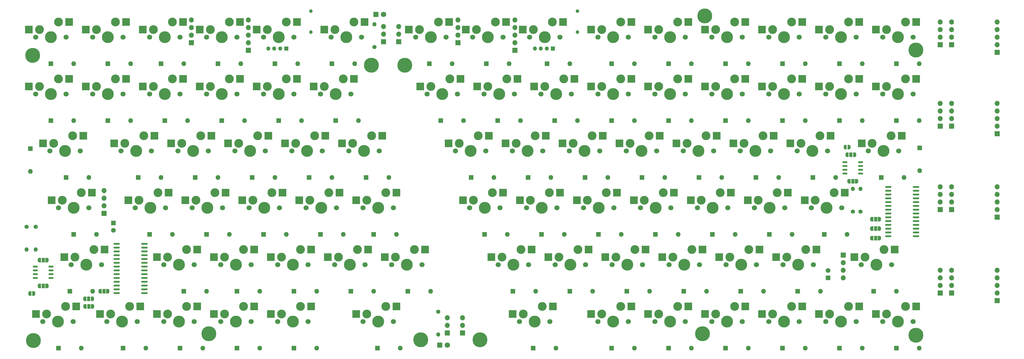
<source format=gbs>
%TF.GenerationSoftware,KiCad,Pcbnew,(5.1.7)-1*%
%TF.CreationDate,2020-12-27T21:22:25+09:00*%
%TF.ProjectId,skb_i2c_lefthand,736b625f-6932-4635-9f6c-65667468616e,rev?*%
%TF.SameCoordinates,Original*%
%TF.FileFunction,Soldermask,Bot*%
%TF.FilePolarity,Negative*%
%FSLAX46Y46*%
G04 Gerber Fmt 4.6, Leading zero omitted, Abs format (unit mm)*
G04 Created by KiCad (PCBNEW (5.1.7)-1) date 2020-12-27 21:22:25*
%MOMM*%
%LPD*%
G01*
G04 APERTURE LIST*
%ADD10R,2.550000X2.500000*%
%ADD11C,3.980180*%
%ADD12C,2.950000*%
%ADD13C,1.700000*%
%ADD14C,5.000000*%
%ADD15R,1.700000X1.700000*%
%ADD16O,1.700000X1.700000*%
%ADD17C,1.800000*%
%ADD18R,1.800000X1.800000*%
%ADD19R,1.600000X1.600000*%
%ADD20O,1.600000X1.600000*%
%ADD21C,0.100000*%
%ADD22R,1.000000X1.500000*%
%ADD23C,1.600000*%
%ADD24C,1.200000*%
%ADD25O,1.350000X1.350000*%
%ADD26R,1.350000X1.350000*%
%ADD27C,1.400000*%
%ADD28O,1.400000X1.400000*%
G04 APERTURE END LIST*
D10*
%TO.C,SW83*%
X314045250Y-54610000D03*
D11*
X321405250Y-57150000D03*
D12*
X323945250Y-52070000D03*
X317595250Y-54610000D03*
D10*
X327495250Y-52070000D03*
D13*
X326485250Y-57150000D03*
X316325250Y-57150000D03*
%TD*%
D14*
%TO.C,Ref\u002A\u002A*%
X256032000Y-137414000D03*
%TD*%
%TO.C,Ref\u002A\u002A*%
X256794000Y-30988000D03*
%TD*%
%TO.C,Ref\u002A\u002A*%
X90932000Y-137414000D03*
%TD*%
%TO.C,Ref\u002A\u002A*%
X32004000Y-44196000D03*
%TD*%
%TO.C,Ref\u002A\u002A*%
X145288000Y-47498000D03*
%TD*%
%TO.C,Ref\u002A\u002A*%
X327406000Y-137922000D03*
%TD*%
%TO.C,Ref\u002A\u002A*%
X156464000Y-47498000D03*
%TD*%
%TO.C,Ref\u002A\u002A*%
X327406000Y-42418000D03*
%TD*%
%TO.C,Ref\u002A\u002A*%
X32258000Y-139700000D03*
%TD*%
%TO.C,Ref\u002A\u002A*%
X181610000Y-139446000D03*
%TD*%
%TO.C,Ref\u002A\u002A*%
X161798000Y-139446000D03*
%TD*%
D10*
%TO.C,SW2*%
X30740000Y-54610000D03*
D11*
X38100000Y-57150000D03*
D12*
X40640000Y-52070000D03*
X34290000Y-54610000D03*
D10*
X44190000Y-52070000D03*
D13*
X43180000Y-57150000D03*
X33020000Y-57150000D03*
%TD*%
D15*
%TO.C,J10*%
X154432000Y-39624000D03*
D16*
X154432000Y-37084000D03*
X154432000Y-34544000D03*
%TD*%
D15*
%TO.C,J9*%
X175768000Y-137160000D03*
D16*
X175768000Y-134620000D03*
X175768000Y-132080000D03*
%TD*%
%TO.C,J8*%
X149352000Y-34544000D03*
X149352000Y-37084000D03*
D15*
X149352000Y-39624000D03*
%TD*%
D16*
%TO.C,J7*%
X170688000Y-132080000D03*
X170688000Y-134620000D03*
D15*
X170688000Y-137160000D03*
%TD*%
D17*
%TO.C,D85*%
X149352000Y-30480000D03*
D18*
X146812000Y-30480000D03*
%TD*%
D17*
%TO.C,D84*%
X170688000Y-141224000D03*
D18*
X168148000Y-141224000D03*
%TD*%
D15*
%TO.C,J_PIKO4*%
X339344000Y-95885000D03*
D16*
X339344000Y-93345000D03*
X339344000Y-90805000D03*
X339344000Y-88265000D03*
%TD*%
D15*
%TO.C,J_PIKO_4E4*%
X335534000Y-123825000D03*
D16*
X335534000Y-121285000D03*
X335534000Y-118745000D03*
X335534000Y-116205000D03*
%TD*%
D15*
%TO.C,J_PIKO_4E3*%
X339344000Y-67945000D03*
D16*
X339344000Y-65405000D03*
X339344000Y-62865000D03*
X339344000Y-60325000D03*
%TD*%
D15*
%TO.C,J_PIKO_4E2*%
X335534000Y-40640000D03*
D16*
X335534000Y-38100000D03*
X335534000Y-35560000D03*
X335534000Y-33020000D03*
%TD*%
D15*
%TO.C,J_PIKO_4E1*%
X335534000Y-95885000D03*
D16*
X335534000Y-93345000D03*
X335534000Y-90805000D03*
X335534000Y-88265000D03*
%TD*%
D15*
%TO.C,J_PIKO_5*%
X354584000Y-70485000D03*
D16*
X354584000Y-67945000D03*
X354584000Y-65405000D03*
X354584000Y-62865000D03*
X354584000Y-60325000D03*
%TD*%
D15*
%TO.C,J_PIKO_3*%
X354584000Y-126365000D03*
D16*
X354584000Y-123825000D03*
X354584000Y-121285000D03*
X354584000Y-118745000D03*
X354584000Y-116205000D03*
%TD*%
D15*
%TO.C,J_PIKO_2*%
X354584000Y-98425000D03*
D16*
X354584000Y-95885000D03*
X354584000Y-93345000D03*
X354584000Y-90805000D03*
X354584000Y-88265000D03*
%TD*%
D15*
%TO.C,J_PIKO_1*%
X354584000Y-43180000D03*
D16*
X354584000Y-40640000D03*
X354584000Y-38100000D03*
X354584000Y-35560000D03*
X354584000Y-33020000D03*
%TD*%
D15*
%TO.C,J_PIKO3*%
X339344000Y-123825000D03*
D16*
X339344000Y-121285000D03*
X339344000Y-118745000D03*
X339344000Y-116205000D03*
%TD*%
D15*
%TO.C,J_PIKO2*%
X335534000Y-67945000D03*
D16*
X335534000Y-65405000D03*
X335534000Y-62865000D03*
X335534000Y-60325000D03*
%TD*%
D15*
%TO.C,J_PIKO1*%
X339344000Y-40640000D03*
D16*
X339344000Y-38100000D03*
X339344000Y-35560000D03*
X339344000Y-33020000D03*
%TD*%
D19*
%TO.C,SW85*%
X328676000Y-75184000D03*
D20*
X328676000Y-82804000D03*
%TD*%
%TO.C,SW84*%
X31242000Y-83058000D03*
D19*
X31242000Y-75438000D03*
%TD*%
D10*
%TO.C,SW52*%
X214032750Y-92710000D03*
D11*
X221392750Y-95250000D03*
D12*
X223932750Y-90170000D03*
X217582750Y-92710000D03*
D10*
X227482750Y-90170000D03*
D13*
X226472750Y-95250000D03*
X216312750Y-95250000D03*
%TD*%
D10*
%TO.C,SW25*%
X106940000Y-35560000D03*
D11*
X114300000Y-38100000D03*
D12*
X116840000Y-33020000D03*
X110490000Y-35560000D03*
D10*
X120390000Y-33020000D03*
D13*
X119380000Y-38100000D03*
X109220000Y-38100000D03*
%TD*%
D10*
%TO.C,SW11*%
X73602500Y-111760000D03*
D11*
X80962500Y-114300000D03*
D12*
X83502500Y-109220000D03*
X77152500Y-111760000D03*
D10*
X87052500Y-109220000D03*
D13*
X86042500Y-114300000D03*
X75882500Y-114300000D03*
%TD*%
D10*
%TO.C,SW12*%
X54552500Y-130810000D03*
D11*
X61912500Y-133350000D03*
D12*
X64452500Y-128270000D03*
X58102500Y-130810000D03*
D10*
X68002500Y-128270000D03*
D13*
X66992500Y-133350000D03*
X56832500Y-133350000D03*
%TD*%
D20*
%TO.C,D32*%
X140970000Y-66040000D03*
D19*
X133350000Y-66040000D03*
%TD*%
D10*
%TO.C,SW32*%
X125990000Y-54610000D03*
D11*
X133350000Y-57150000D03*
D12*
X135890000Y-52070000D03*
X129540000Y-54610000D03*
D10*
X139440000Y-52070000D03*
D13*
X138430000Y-57150000D03*
X128270000Y-57150000D03*
%TD*%
%TO.C,U1*%
G36*
G01*
X61145000Y-107165000D02*
X61145000Y-107465000D01*
G75*
G02*
X60995000Y-107615000I-150000J0D01*
G01*
X59245000Y-107615000D01*
G75*
G02*
X59095000Y-107465000I0J150000D01*
G01*
X59095000Y-107165000D01*
G75*
G02*
X59245000Y-107015000I150000J0D01*
G01*
X60995000Y-107015000D01*
G75*
G02*
X61145000Y-107165000I0J-150000D01*
G01*
G37*
G36*
G01*
X61145000Y-108435000D02*
X61145000Y-108735000D01*
G75*
G02*
X60995000Y-108885000I-150000J0D01*
G01*
X59245000Y-108885000D01*
G75*
G02*
X59095000Y-108735000I0J150000D01*
G01*
X59095000Y-108435000D01*
G75*
G02*
X59245000Y-108285000I150000J0D01*
G01*
X60995000Y-108285000D01*
G75*
G02*
X61145000Y-108435000I0J-150000D01*
G01*
G37*
G36*
G01*
X61145000Y-109705000D02*
X61145000Y-110005000D01*
G75*
G02*
X60995000Y-110155000I-150000J0D01*
G01*
X59245000Y-110155000D01*
G75*
G02*
X59095000Y-110005000I0J150000D01*
G01*
X59095000Y-109705000D01*
G75*
G02*
X59245000Y-109555000I150000J0D01*
G01*
X60995000Y-109555000D01*
G75*
G02*
X61145000Y-109705000I0J-150000D01*
G01*
G37*
G36*
G01*
X61145000Y-110975000D02*
X61145000Y-111275000D01*
G75*
G02*
X60995000Y-111425000I-150000J0D01*
G01*
X59245000Y-111425000D01*
G75*
G02*
X59095000Y-111275000I0J150000D01*
G01*
X59095000Y-110975000D01*
G75*
G02*
X59245000Y-110825000I150000J0D01*
G01*
X60995000Y-110825000D01*
G75*
G02*
X61145000Y-110975000I0J-150000D01*
G01*
G37*
G36*
G01*
X61145000Y-112245000D02*
X61145000Y-112545000D01*
G75*
G02*
X60995000Y-112695000I-150000J0D01*
G01*
X59245000Y-112695000D01*
G75*
G02*
X59095000Y-112545000I0J150000D01*
G01*
X59095000Y-112245000D01*
G75*
G02*
X59245000Y-112095000I150000J0D01*
G01*
X60995000Y-112095000D01*
G75*
G02*
X61145000Y-112245000I0J-150000D01*
G01*
G37*
G36*
G01*
X61145000Y-113515000D02*
X61145000Y-113815000D01*
G75*
G02*
X60995000Y-113965000I-150000J0D01*
G01*
X59245000Y-113965000D01*
G75*
G02*
X59095000Y-113815000I0J150000D01*
G01*
X59095000Y-113515000D01*
G75*
G02*
X59245000Y-113365000I150000J0D01*
G01*
X60995000Y-113365000D01*
G75*
G02*
X61145000Y-113515000I0J-150000D01*
G01*
G37*
G36*
G01*
X61145000Y-114785000D02*
X61145000Y-115085000D01*
G75*
G02*
X60995000Y-115235000I-150000J0D01*
G01*
X59245000Y-115235000D01*
G75*
G02*
X59095000Y-115085000I0J150000D01*
G01*
X59095000Y-114785000D01*
G75*
G02*
X59245000Y-114635000I150000J0D01*
G01*
X60995000Y-114635000D01*
G75*
G02*
X61145000Y-114785000I0J-150000D01*
G01*
G37*
G36*
G01*
X61145000Y-116055000D02*
X61145000Y-116355000D01*
G75*
G02*
X60995000Y-116505000I-150000J0D01*
G01*
X59245000Y-116505000D01*
G75*
G02*
X59095000Y-116355000I0J150000D01*
G01*
X59095000Y-116055000D01*
G75*
G02*
X59245000Y-115905000I150000J0D01*
G01*
X60995000Y-115905000D01*
G75*
G02*
X61145000Y-116055000I0J-150000D01*
G01*
G37*
G36*
G01*
X61145000Y-117325000D02*
X61145000Y-117625000D01*
G75*
G02*
X60995000Y-117775000I-150000J0D01*
G01*
X59245000Y-117775000D01*
G75*
G02*
X59095000Y-117625000I0J150000D01*
G01*
X59095000Y-117325000D01*
G75*
G02*
X59245000Y-117175000I150000J0D01*
G01*
X60995000Y-117175000D01*
G75*
G02*
X61145000Y-117325000I0J-150000D01*
G01*
G37*
G36*
G01*
X61145000Y-118595000D02*
X61145000Y-118895000D01*
G75*
G02*
X60995000Y-119045000I-150000J0D01*
G01*
X59245000Y-119045000D01*
G75*
G02*
X59095000Y-118895000I0J150000D01*
G01*
X59095000Y-118595000D01*
G75*
G02*
X59245000Y-118445000I150000J0D01*
G01*
X60995000Y-118445000D01*
G75*
G02*
X61145000Y-118595000I0J-150000D01*
G01*
G37*
G36*
G01*
X61145000Y-119865000D02*
X61145000Y-120165000D01*
G75*
G02*
X60995000Y-120315000I-150000J0D01*
G01*
X59245000Y-120315000D01*
G75*
G02*
X59095000Y-120165000I0J150000D01*
G01*
X59095000Y-119865000D01*
G75*
G02*
X59245000Y-119715000I150000J0D01*
G01*
X60995000Y-119715000D01*
G75*
G02*
X61145000Y-119865000I0J-150000D01*
G01*
G37*
G36*
G01*
X61145000Y-121135000D02*
X61145000Y-121435000D01*
G75*
G02*
X60995000Y-121585000I-150000J0D01*
G01*
X59245000Y-121585000D01*
G75*
G02*
X59095000Y-121435000I0J150000D01*
G01*
X59095000Y-121135000D01*
G75*
G02*
X59245000Y-120985000I150000J0D01*
G01*
X60995000Y-120985000D01*
G75*
G02*
X61145000Y-121135000I0J-150000D01*
G01*
G37*
G36*
G01*
X61145000Y-122405000D02*
X61145000Y-122705000D01*
G75*
G02*
X60995000Y-122855000I-150000J0D01*
G01*
X59245000Y-122855000D01*
G75*
G02*
X59095000Y-122705000I0J150000D01*
G01*
X59095000Y-122405000D01*
G75*
G02*
X59245000Y-122255000I150000J0D01*
G01*
X60995000Y-122255000D01*
G75*
G02*
X61145000Y-122405000I0J-150000D01*
G01*
G37*
G36*
G01*
X61145000Y-123675000D02*
X61145000Y-123975000D01*
G75*
G02*
X60995000Y-124125000I-150000J0D01*
G01*
X59245000Y-124125000D01*
G75*
G02*
X59095000Y-123975000I0J150000D01*
G01*
X59095000Y-123675000D01*
G75*
G02*
X59245000Y-123525000I150000J0D01*
G01*
X60995000Y-123525000D01*
G75*
G02*
X61145000Y-123675000I0J-150000D01*
G01*
G37*
G36*
G01*
X70445000Y-123675000D02*
X70445000Y-123975000D01*
G75*
G02*
X70295000Y-124125000I-150000J0D01*
G01*
X68545000Y-124125000D01*
G75*
G02*
X68395000Y-123975000I0J150000D01*
G01*
X68395000Y-123675000D01*
G75*
G02*
X68545000Y-123525000I150000J0D01*
G01*
X70295000Y-123525000D01*
G75*
G02*
X70445000Y-123675000I0J-150000D01*
G01*
G37*
G36*
G01*
X70445000Y-122405000D02*
X70445000Y-122705000D01*
G75*
G02*
X70295000Y-122855000I-150000J0D01*
G01*
X68545000Y-122855000D01*
G75*
G02*
X68395000Y-122705000I0J150000D01*
G01*
X68395000Y-122405000D01*
G75*
G02*
X68545000Y-122255000I150000J0D01*
G01*
X70295000Y-122255000D01*
G75*
G02*
X70445000Y-122405000I0J-150000D01*
G01*
G37*
G36*
G01*
X70445000Y-121135000D02*
X70445000Y-121435000D01*
G75*
G02*
X70295000Y-121585000I-150000J0D01*
G01*
X68545000Y-121585000D01*
G75*
G02*
X68395000Y-121435000I0J150000D01*
G01*
X68395000Y-121135000D01*
G75*
G02*
X68545000Y-120985000I150000J0D01*
G01*
X70295000Y-120985000D01*
G75*
G02*
X70445000Y-121135000I0J-150000D01*
G01*
G37*
G36*
G01*
X70445000Y-119865000D02*
X70445000Y-120165000D01*
G75*
G02*
X70295000Y-120315000I-150000J0D01*
G01*
X68545000Y-120315000D01*
G75*
G02*
X68395000Y-120165000I0J150000D01*
G01*
X68395000Y-119865000D01*
G75*
G02*
X68545000Y-119715000I150000J0D01*
G01*
X70295000Y-119715000D01*
G75*
G02*
X70445000Y-119865000I0J-150000D01*
G01*
G37*
G36*
G01*
X70445000Y-118595000D02*
X70445000Y-118895000D01*
G75*
G02*
X70295000Y-119045000I-150000J0D01*
G01*
X68545000Y-119045000D01*
G75*
G02*
X68395000Y-118895000I0J150000D01*
G01*
X68395000Y-118595000D01*
G75*
G02*
X68545000Y-118445000I150000J0D01*
G01*
X70295000Y-118445000D01*
G75*
G02*
X70445000Y-118595000I0J-150000D01*
G01*
G37*
G36*
G01*
X70445000Y-117325000D02*
X70445000Y-117625000D01*
G75*
G02*
X70295000Y-117775000I-150000J0D01*
G01*
X68545000Y-117775000D01*
G75*
G02*
X68395000Y-117625000I0J150000D01*
G01*
X68395000Y-117325000D01*
G75*
G02*
X68545000Y-117175000I150000J0D01*
G01*
X70295000Y-117175000D01*
G75*
G02*
X70445000Y-117325000I0J-150000D01*
G01*
G37*
G36*
G01*
X70445000Y-116055000D02*
X70445000Y-116355000D01*
G75*
G02*
X70295000Y-116505000I-150000J0D01*
G01*
X68545000Y-116505000D01*
G75*
G02*
X68395000Y-116355000I0J150000D01*
G01*
X68395000Y-116055000D01*
G75*
G02*
X68545000Y-115905000I150000J0D01*
G01*
X70295000Y-115905000D01*
G75*
G02*
X70445000Y-116055000I0J-150000D01*
G01*
G37*
G36*
G01*
X70445000Y-114785000D02*
X70445000Y-115085000D01*
G75*
G02*
X70295000Y-115235000I-150000J0D01*
G01*
X68545000Y-115235000D01*
G75*
G02*
X68395000Y-115085000I0J150000D01*
G01*
X68395000Y-114785000D01*
G75*
G02*
X68545000Y-114635000I150000J0D01*
G01*
X70295000Y-114635000D01*
G75*
G02*
X70445000Y-114785000I0J-150000D01*
G01*
G37*
G36*
G01*
X70445000Y-113515000D02*
X70445000Y-113815000D01*
G75*
G02*
X70295000Y-113965000I-150000J0D01*
G01*
X68545000Y-113965000D01*
G75*
G02*
X68395000Y-113815000I0J150000D01*
G01*
X68395000Y-113515000D01*
G75*
G02*
X68545000Y-113365000I150000J0D01*
G01*
X70295000Y-113365000D01*
G75*
G02*
X70445000Y-113515000I0J-150000D01*
G01*
G37*
G36*
G01*
X70445000Y-112245000D02*
X70445000Y-112545000D01*
G75*
G02*
X70295000Y-112695000I-150000J0D01*
G01*
X68545000Y-112695000D01*
G75*
G02*
X68395000Y-112545000I0J150000D01*
G01*
X68395000Y-112245000D01*
G75*
G02*
X68545000Y-112095000I150000J0D01*
G01*
X70295000Y-112095000D01*
G75*
G02*
X70445000Y-112245000I0J-150000D01*
G01*
G37*
G36*
G01*
X70445000Y-110975000D02*
X70445000Y-111275000D01*
G75*
G02*
X70295000Y-111425000I-150000J0D01*
G01*
X68545000Y-111425000D01*
G75*
G02*
X68395000Y-111275000I0J150000D01*
G01*
X68395000Y-110975000D01*
G75*
G02*
X68545000Y-110825000I150000J0D01*
G01*
X70295000Y-110825000D01*
G75*
G02*
X70445000Y-110975000I0J-150000D01*
G01*
G37*
G36*
G01*
X70445000Y-109705000D02*
X70445000Y-110005000D01*
G75*
G02*
X70295000Y-110155000I-150000J0D01*
G01*
X68545000Y-110155000D01*
G75*
G02*
X68395000Y-110005000I0J150000D01*
G01*
X68395000Y-109705000D01*
G75*
G02*
X68545000Y-109555000I150000J0D01*
G01*
X70295000Y-109555000D01*
G75*
G02*
X70445000Y-109705000I0J-150000D01*
G01*
G37*
G36*
G01*
X70445000Y-108435000D02*
X70445000Y-108735000D01*
G75*
G02*
X70295000Y-108885000I-150000J0D01*
G01*
X68545000Y-108885000D01*
G75*
G02*
X68395000Y-108735000I0J150000D01*
G01*
X68395000Y-108435000D01*
G75*
G02*
X68545000Y-108285000I150000J0D01*
G01*
X70295000Y-108285000D01*
G75*
G02*
X70445000Y-108435000I0J-150000D01*
G01*
G37*
G36*
G01*
X70445000Y-107165000D02*
X70445000Y-107465000D01*
G75*
G02*
X70295000Y-107615000I-150000J0D01*
G01*
X68545000Y-107615000D01*
G75*
G02*
X68395000Y-107465000I0J150000D01*
G01*
X68395000Y-107165000D01*
G75*
G02*
X68545000Y-107015000I150000J0D01*
G01*
X70295000Y-107015000D01*
G75*
G02*
X70445000Y-107165000I0J-150000D01*
G01*
G37*
%TD*%
%TO.C,U2*%
G36*
G01*
X33760000Y-114785000D02*
X33760000Y-115085000D01*
G75*
G02*
X33610000Y-115235000I-150000J0D01*
G01*
X32260000Y-115235000D01*
G75*
G02*
X32110000Y-115085000I0J150000D01*
G01*
X32110000Y-114785000D01*
G75*
G02*
X32260000Y-114635000I150000J0D01*
G01*
X33610000Y-114635000D01*
G75*
G02*
X33760000Y-114785000I0J-150000D01*
G01*
G37*
G36*
G01*
X33760000Y-116055000D02*
X33760000Y-116355000D01*
G75*
G02*
X33610000Y-116505000I-150000J0D01*
G01*
X32260000Y-116505000D01*
G75*
G02*
X32110000Y-116355000I0J150000D01*
G01*
X32110000Y-116055000D01*
G75*
G02*
X32260000Y-115905000I150000J0D01*
G01*
X33610000Y-115905000D01*
G75*
G02*
X33760000Y-116055000I0J-150000D01*
G01*
G37*
G36*
G01*
X33760000Y-117325000D02*
X33760000Y-117625000D01*
G75*
G02*
X33610000Y-117775000I-150000J0D01*
G01*
X32260000Y-117775000D01*
G75*
G02*
X32110000Y-117625000I0J150000D01*
G01*
X32110000Y-117325000D01*
G75*
G02*
X32260000Y-117175000I150000J0D01*
G01*
X33610000Y-117175000D01*
G75*
G02*
X33760000Y-117325000I0J-150000D01*
G01*
G37*
G36*
G01*
X33760000Y-118595000D02*
X33760000Y-118895000D01*
G75*
G02*
X33610000Y-119045000I-150000J0D01*
G01*
X32260000Y-119045000D01*
G75*
G02*
X32110000Y-118895000I0J150000D01*
G01*
X32110000Y-118595000D01*
G75*
G02*
X32260000Y-118445000I150000J0D01*
G01*
X33610000Y-118445000D01*
G75*
G02*
X33760000Y-118595000I0J-150000D01*
G01*
G37*
G36*
G01*
X39010000Y-118595000D02*
X39010000Y-118895000D01*
G75*
G02*
X38860000Y-119045000I-150000J0D01*
G01*
X37510000Y-119045000D01*
G75*
G02*
X37360000Y-118895000I0J150000D01*
G01*
X37360000Y-118595000D01*
G75*
G02*
X37510000Y-118445000I150000J0D01*
G01*
X38860000Y-118445000D01*
G75*
G02*
X39010000Y-118595000I0J-150000D01*
G01*
G37*
G36*
G01*
X39010000Y-117325000D02*
X39010000Y-117625000D01*
G75*
G02*
X38860000Y-117775000I-150000J0D01*
G01*
X37510000Y-117775000D01*
G75*
G02*
X37360000Y-117625000I0J150000D01*
G01*
X37360000Y-117325000D01*
G75*
G02*
X37510000Y-117175000I150000J0D01*
G01*
X38860000Y-117175000D01*
G75*
G02*
X39010000Y-117325000I0J-150000D01*
G01*
G37*
G36*
G01*
X39010000Y-116055000D02*
X39010000Y-116355000D01*
G75*
G02*
X38860000Y-116505000I-150000J0D01*
G01*
X37510000Y-116505000D01*
G75*
G02*
X37360000Y-116355000I0J150000D01*
G01*
X37360000Y-116055000D01*
G75*
G02*
X37510000Y-115905000I150000J0D01*
G01*
X38860000Y-115905000D01*
G75*
G02*
X39010000Y-116055000I0J-150000D01*
G01*
G37*
G36*
G01*
X39010000Y-114785000D02*
X39010000Y-115085000D01*
G75*
G02*
X38860000Y-115235000I-150000J0D01*
G01*
X37510000Y-115235000D01*
G75*
G02*
X37360000Y-115085000I0J150000D01*
G01*
X37360000Y-114785000D01*
G75*
G02*
X37510000Y-114635000I150000J0D01*
G01*
X38860000Y-114635000D01*
G75*
G02*
X39010000Y-114785000I0J-150000D01*
G01*
G37*
%TD*%
D10*
%TO.C,SW36*%
X140277500Y-130810000D03*
D11*
X147637500Y-133350000D03*
D12*
X150177500Y-128270000D03*
X143827500Y-130810000D03*
D10*
X153727500Y-128270000D03*
D13*
X152717500Y-133350000D03*
X142557500Y-133350000D03*
%TD*%
D10*
%TO.C,SW35*%
X149802500Y-111760000D03*
D11*
X157162500Y-114300000D03*
D12*
X159702500Y-109220000D03*
X153352500Y-111760000D03*
D10*
X163252500Y-109220000D03*
D13*
X162242500Y-114300000D03*
X152082500Y-114300000D03*
%TD*%
D10*
%TO.C,SW34*%
X140277500Y-92710000D03*
D11*
X147637500Y-95250000D03*
D12*
X150177500Y-90170000D03*
X143827500Y-92710000D03*
D10*
X153727500Y-90170000D03*
D13*
X152717500Y-95250000D03*
X142557500Y-95250000D03*
%TD*%
D10*
%TO.C,SW33*%
X135515000Y-73660000D03*
D11*
X142875000Y-76200000D03*
D12*
X145415000Y-71120000D03*
X139065000Y-73660000D03*
D10*
X148965000Y-71120000D03*
D13*
X147955000Y-76200000D03*
X137795000Y-76200000D03*
%TD*%
D10*
%TO.C,SW31*%
X129561875Y-35560000D03*
D11*
X136921875Y-38100000D03*
D12*
X139461875Y-33020000D03*
X133111875Y-35560000D03*
D10*
X143011875Y-33020000D03*
D13*
X142001875Y-38100000D03*
X131841875Y-38100000D03*
%TD*%
D10*
%TO.C,SW30*%
X111702500Y-130810000D03*
D11*
X119062500Y-133350000D03*
D12*
X121602500Y-128270000D03*
X115252500Y-130810000D03*
D10*
X125152500Y-128270000D03*
D13*
X124142500Y-133350000D03*
X113982500Y-133350000D03*
%TD*%
D10*
%TO.C,SW29*%
X130752500Y-111760000D03*
D11*
X138112500Y-114300000D03*
D12*
X140652500Y-109220000D03*
X134302500Y-111760000D03*
D10*
X144202500Y-109220000D03*
D13*
X143192500Y-114300000D03*
X133032500Y-114300000D03*
%TD*%
D10*
%TO.C,SW28*%
X121227500Y-92710000D03*
D11*
X128587500Y-95250000D03*
D12*
X131127500Y-90170000D03*
X124777500Y-92710000D03*
D10*
X134677500Y-90170000D03*
D13*
X133667500Y-95250000D03*
X123507500Y-95250000D03*
%TD*%
D10*
%TO.C,SW27*%
X116465000Y-73660000D03*
D11*
X123825000Y-76200000D03*
D12*
X126365000Y-71120000D03*
X120015000Y-73660000D03*
D10*
X129915000Y-71120000D03*
D13*
X128905000Y-76200000D03*
X118745000Y-76200000D03*
%TD*%
D10*
%TO.C,SW26*%
X106940000Y-54610000D03*
D11*
X114300000Y-57150000D03*
D12*
X116840000Y-52070000D03*
X110490000Y-54610000D03*
D10*
X120390000Y-52070000D03*
D13*
X119380000Y-57150000D03*
X109220000Y-57150000D03*
%TD*%
D10*
%TO.C,SW24*%
X92652500Y-130810000D03*
D11*
X100012500Y-133350000D03*
D12*
X102552500Y-128270000D03*
X96202500Y-130810000D03*
D10*
X106102500Y-128270000D03*
D13*
X105092500Y-133350000D03*
X94932500Y-133350000D03*
%TD*%
D10*
%TO.C,SW23*%
X111702500Y-111760000D03*
D11*
X119062500Y-114300000D03*
D12*
X121602500Y-109220000D03*
X115252500Y-111760000D03*
D10*
X125152500Y-109220000D03*
D13*
X124142500Y-114300000D03*
X113982500Y-114300000D03*
%TD*%
D10*
%TO.C,SW22*%
X102177500Y-92710000D03*
D11*
X109537500Y-95250000D03*
D12*
X112077500Y-90170000D03*
X105727500Y-92710000D03*
D10*
X115627500Y-90170000D03*
D13*
X114617500Y-95250000D03*
X104457500Y-95250000D03*
%TD*%
D10*
%TO.C,SW21*%
X97415000Y-73660000D03*
D11*
X104775000Y-76200000D03*
D12*
X107315000Y-71120000D03*
X100965000Y-73660000D03*
D10*
X110865000Y-71120000D03*
D13*
X109855000Y-76200000D03*
X99695000Y-76200000D03*
%TD*%
D10*
%TO.C,SW20*%
X87890000Y-54610000D03*
D11*
X95250000Y-57150000D03*
D12*
X97790000Y-52070000D03*
X91440000Y-54610000D03*
D10*
X101340000Y-52070000D03*
D13*
X100330000Y-57150000D03*
X90170000Y-57150000D03*
%TD*%
D10*
%TO.C,SW19*%
X87890000Y-35560000D03*
D11*
X95250000Y-38100000D03*
D12*
X97790000Y-33020000D03*
X91440000Y-35560000D03*
D10*
X101340000Y-33020000D03*
D13*
X100330000Y-38100000D03*
X90170000Y-38100000D03*
%TD*%
D10*
%TO.C,SW18*%
X73602500Y-130810000D03*
D11*
X80962500Y-133350000D03*
D12*
X83502500Y-128270000D03*
X77152500Y-130810000D03*
D10*
X87052500Y-128270000D03*
D13*
X86042500Y-133350000D03*
X75882500Y-133350000D03*
%TD*%
D10*
%TO.C,SW17*%
X92652500Y-111760000D03*
D11*
X100012500Y-114300000D03*
D12*
X102552500Y-109220000D03*
X96202500Y-111760000D03*
D10*
X106102500Y-109220000D03*
D13*
X105092500Y-114300000D03*
X94932500Y-114300000D03*
%TD*%
D10*
%TO.C,SW16*%
X83127500Y-92710000D03*
D11*
X90487500Y-95250000D03*
D12*
X93027500Y-90170000D03*
X86677500Y-92710000D03*
D10*
X96577500Y-90170000D03*
D13*
X95567500Y-95250000D03*
X85407500Y-95250000D03*
%TD*%
D10*
%TO.C,SW15*%
X78365000Y-73660000D03*
D11*
X85725000Y-76200000D03*
D12*
X88265000Y-71120000D03*
X81915000Y-73660000D03*
D10*
X91815000Y-71120000D03*
D13*
X90805000Y-76200000D03*
X80645000Y-76200000D03*
%TD*%
D10*
%TO.C,SW14*%
X68840000Y-54610000D03*
D11*
X76200000Y-57150000D03*
D12*
X78740000Y-52070000D03*
X72390000Y-54610000D03*
D10*
X82290000Y-52070000D03*
D13*
X81280000Y-57150000D03*
X71120000Y-57150000D03*
%TD*%
D10*
%TO.C,SW13*%
X68840000Y-35560000D03*
D11*
X76200000Y-38100000D03*
D12*
X78740000Y-33020000D03*
X72390000Y-35560000D03*
D10*
X82290000Y-33020000D03*
D13*
X81280000Y-38100000D03*
X71120000Y-38100000D03*
%TD*%
D10*
%TO.C,SW10*%
X64077500Y-92710000D03*
D11*
X71437500Y-95250000D03*
D12*
X73977500Y-90170000D03*
X67627500Y-92710000D03*
D10*
X77527500Y-90170000D03*
D13*
X76517500Y-95250000D03*
X66357500Y-95250000D03*
%TD*%
D10*
%TO.C,SW9*%
X59315000Y-73660000D03*
D11*
X66675000Y-76200000D03*
D12*
X69215000Y-71120000D03*
X62865000Y-73660000D03*
D10*
X72765000Y-71120000D03*
D13*
X71755000Y-76200000D03*
X61595000Y-76200000D03*
%TD*%
D10*
%TO.C,SW8*%
X49790000Y-54610000D03*
D11*
X57150000Y-57150000D03*
D12*
X59690000Y-52070000D03*
X53340000Y-54610000D03*
D10*
X63240000Y-52070000D03*
D13*
X62230000Y-57150000D03*
X52070000Y-57150000D03*
%TD*%
D10*
%TO.C,SW7*%
X49790000Y-35560000D03*
D11*
X57150000Y-38100000D03*
D12*
X59690000Y-33020000D03*
X53340000Y-35560000D03*
D10*
X63240000Y-33020000D03*
D13*
X62230000Y-38100000D03*
X52070000Y-38100000D03*
%TD*%
D10*
%TO.C,SW6*%
X33121250Y-130810000D03*
D11*
X40481250Y-133350000D03*
D12*
X43021250Y-128270000D03*
X36671250Y-130810000D03*
D10*
X46571250Y-128270000D03*
D13*
X45561250Y-133350000D03*
X35401250Y-133350000D03*
%TD*%
D10*
%TO.C,SW5*%
X42646250Y-111760000D03*
D11*
X50006250Y-114300000D03*
D12*
X52546250Y-109220000D03*
X46196250Y-111760000D03*
D10*
X56096250Y-109220000D03*
D13*
X55086250Y-114300000D03*
X44926250Y-114300000D03*
%TD*%
D10*
%TO.C,SW4*%
X38360000Y-92710000D03*
D11*
X45720000Y-95250000D03*
D12*
X48260000Y-90170000D03*
X41910000Y-92710000D03*
D10*
X51810000Y-90170000D03*
D13*
X50800000Y-95250000D03*
X40640000Y-95250000D03*
%TD*%
D10*
%TO.C,SW3*%
X35502500Y-73660000D03*
D11*
X42862500Y-76200000D03*
D12*
X45402500Y-71120000D03*
X39052500Y-73660000D03*
D10*
X48952500Y-71120000D03*
D13*
X47942500Y-76200000D03*
X37782500Y-76200000D03*
%TD*%
D10*
%TO.C,SW1*%
X30740000Y-35560000D03*
D11*
X38100000Y-38100000D03*
D12*
X40640000Y-33020000D03*
X34290000Y-35560000D03*
D10*
X44190000Y-33020000D03*
D13*
X43180000Y-38100000D03*
X33020000Y-38100000D03*
%TD*%
D21*
%TO.C,JP4*%
G36*
X31100000Y-124701398D02*
G01*
X31075466Y-124701398D01*
X31026635Y-124696588D01*
X30978510Y-124687016D01*
X30931555Y-124672772D01*
X30886222Y-124653995D01*
X30842949Y-124630864D01*
X30802150Y-124603604D01*
X30764221Y-124572476D01*
X30729524Y-124537779D01*
X30698396Y-124499850D01*
X30671136Y-124459051D01*
X30648005Y-124415778D01*
X30629228Y-124370445D01*
X30614984Y-124323490D01*
X30605412Y-124275365D01*
X30600602Y-124226534D01*
X30600602Y-124202000D01*
X30600000Y-124202000D01*
X30600000Y-123702000D01*
X30600602Y-123702000D01*
X30600602Y-123677466D01*
X30605412Y-123628635D01*
X30614984Y-123580510D01*
X30629228Y-123533555D01*
X30648005Y-123488222D01*
X30671136Y-123444949D01*
X30698396Y-123404150D01*
X30729524Y-123366221D01*
X30764221Y-123331524D01*
X30802150Y-123300396D01*
X30842949Y-123273136D01*
X30886222Y-123250005D01*
X30931555Y-123231228D01*
X30978510Y-123216984D01*
X31026635Y-123207412D01*
X31075466Y-123202602D01*
X31100000Y-123202602D01*
X31100000Y-123202000D01*
X31600000Y-123202000D01*
X31600000Y-124702000D01*
X31100000Y-124702000D01*
X31100000Y-124701398D01*
G37*
G36*
X31900000Y-123202000D02*
G01*
X32400000Y-123202000D01*
X32400000Y-123202602D01*
X32424534Y-123202602D01*
X32473365Y-123207412D01*
X32521490Y-123216984D01*
X32568445Y-123231228D01*
X32613778Y-123250005D01*
X32657051Y-123273136D01*
X32697850Y-123300396D01*
X32735779Y-123331524D01*
X32770476Y-123366221D01*
X32801604Y-123404150D01*
X32828864Y-123444949D01*
X32851995Y-123488222D01*
X32870772Y-123533555D01*
X32885016Y-123580510D01*
X32894588Y-123628635D01*
X32899398Y-123677466D01*
X32899398Y-123702000D01*
X32900000Y-123702000D01*
X32900000Y-124202000D01*
X32899398Y-124202000D01*
X32899398Y-124226534D01*
X32894588Y-124275365D01*
X32885016Y-124323490D01*
X32870772Y-124370445D01*
X32851995Y-124415778D01*
X32828864Y-124459051D01*
X32801604Y-124499850D01*
X32770476Y-124537779D01*
X32735779Y-124572476D01*
X32697850Y-124603604D01*
X32657051Y-124630864D01*
X32613778Y-124653995D01*
X32568445Y-124672772D01*
X32521490Y-124687016D01*
X32473365Y-124696588D01*
X32424534Y-124701398D01*
X32400000Y-124701398D01*
X32400000Y-124702000D01*
X31900000Y-124702000D01*
X31900000Y-123202000D01*
G37*
%TD*%
D22*
%TO.C,JP3*%
X55880000Y-123190000D03*
D21*
G36*
X54580000Y-123939398D02*
G01*
X54555466Y-123939398D01*
X54506635Y-123934588D01*
X54458510Y-123925016D01*
X54411555Y-123910772D01*
X54366222Y-123891995D01*
X54322949Y-123868864D01*
X54282150Y-123841604D01*
X54244221Y-123810476D01*
X54209524Y-123775779D01*
X54178396Y-123737850D01*
X54151136Y-123697051D01*
X54128005Y-123653778D01*
X54109228Y-123608445D01*
X54094984Y-123561490D01*
X54085412Y-123513365D01*
X54080602Y-123464534D01*
X54080602Y-123440000D01*
X54080000Y-123440000D01*
X54080000Y-122940000D01*
X54080602Y-122940000D01*
X54080602Y-122915466D01*
X54085412Y-122866635D01*
X54094984Y-122818510D01*
X54109228Y-122771555D01*
X54128005Y-122726222D01*
X54151136Y-122682949D01*
X54178396Y-122642150D01*
X54209524Y-122604221D01*
X54244221Y-122569524D01*
X54282150Y-122538396D01*
X54322949Y-122511136D01*
X54366222Y-122488005D01*
X54411555Y-122469228D01*
X54458510Y-122454984D01*
X54506635Y-122445412D01*
X54555466Y-122440602D01*
X54580000Y-122440602D01*
X54580000Y-122440000D01*
X55130000Y-122440000D01*
X55130000Y-123940000D01*
X54580000Y-123940000D01*
X54580000Y-123939398D01*
G37*
G36*
X56630000Y-122440000D02*
G01*
X57180000Y-122440000D01*
X57180000Y-122440602D01*
X57204534Y-122440602D01*
X57253365Y-122445412D01*
X57301490Y-122454984D01*
X57348445Y-122469228D01*
X57393778Y-122488005D01*
X57437051Y-122511136D01*
X57477850Y-122538396D01*
X57515779Y-122569524D01*
X57550476Y-122604221D01*
X57581604Y-122642150D01*
X57608864Y-122682949D01*
X57631995Y-122726222D01*
X57650772Y-122771555D01*
X57665016Y-122818510D01*
X57674588Y-122866635D01*
X57679398Y-122915466D01*
X57679398Y-122940000D01*
X57680000Y-122940000D01*
X57680000Y-123440000D01*
X57679398Y-123440000D01*
X57679398Y-123464534D01*
X57674588Y-123513365D01*
X57665016Y-123561490D01*
X57650772Y-123608445D01*
X57631995Y-123653778D01*
X57608864Y-123697051D01*
X57581604Y-123737850D01*
X57550476Y-123775779D01*
X57515779Y-123810476D01*
X57477850Y-123841604D01*
X57437051Y-123868864D01*
X57393778Y-123891995D01*
X57348445Y-123910772D01*
X57301490Y-123925016D01*
X57253365Y-123934588D01*
X57204534Y-123939398D01*
X57180000Y-123939398D01*
X57180000Y-123940000D01*
X56630000Y-123940000D01*
X56630000Y-122440000D01*
G37*
%TD*%
D22*
%TO.C,JP2*%
X50770000Y-125730000D03*
D21*
G36*
X49470000Y-126479398D02*
G01*
X49445466Y-126479398D01*
X49396635Y-126474588D01*
X49348510Y-126465016D01*
X49301555Y-126450772D01*
X49256222Y-126431995D01*
X49212949Y-126408864D01*
X49172150Y-126381604D01*
X49134221Y-126350476D01*
X49099524Y-126315779D01*
X49068396Y-126277850D01*
X49041136Y-126237051D01*
X49018005Y-126193778D01*
X48999228Y-126148445D01*
X48984984Y-126101490D01*
X48975412Y-126053365D01*
X48970602Y-126004534D01*
X48970602Y-125980000D01*
X48970000Y-125980000D01*
X48970000Y-125480000D01*
X48970602Y-125480000D01*
X48970602Y-125455466D01*
X48975412Y-125406635D01*
X48984984Y-125358510D01*
X48999228Y-125311555D01*
X49018005Y-125266222D01*
X49041136Y-125222949D01*
X49068396Y-125182150D01*
X49099524Y-125144221D01*
X49134221Y-125109524D01*
X49172150Y-125078396D01*
X49212949Y-125051136D01*
X49256222Y-125028005D01*
X49301555Y-125009228D01*
X49348510Y-124994984D01*
X49396635Y-124985412D01*
X49445466Y-124980602D01*
X49470000Y-124980602D01*
X49470000Y-124980000D01*
X50020000Y-124980000D01*
X50020000Y-126480000D01*
X49470000Y-126480000D01*
X49470000Y-126479398D01*
G37*
G36*
X51520000Y-124980000D02*
G01*
X52070000Y-124980000D01*
X52070000Y-124980602D01*
X52094534Y-124980602D01*
X52143365Y-124985412D01*
X52191490Y-124994984D01*
X52238445Y-125009228D01*
X52283778Y-125028005D01*
X52327051Y-125051136D01*
X52367850Y-125078396D01*
X52405779Y-125109524D01*
X52440476Y-125144221D01*
X52471604Y-125182150D01*
X52498864Y-125222949D01*
X52521995Y-125266222D01*
X52540772Y-125311555D01*
X52555016Y-125358510D01*
X52564588Y-125406635D01*
X52569398Y-125455466D01*
X52569398Y-125480000D01*
X52570000Y-125480000D01*
X52570000Y-125980000D01*
X52569398Y-125980000D01*
X52569398Y-126004534D01*
X52564588Y-126053365D01*
X52555016Y-126101490D01*
X52540772Y-126148445D01*
X52521995Y-126193778D01*
X52498864Y-126237051D01*
X52471604Y-126277850D01*
X52440476Y-126315779D01*
X52405779Y-126350476D01*
X52367850Y-126381604D01*
X52327051Y-126408864D01*
X52283778Y-126431995D01*
X52238445Y-126450772D01*
X52191490Y-126465016D01*
X52143365Y-126474588D01*
X52094534Y-126479398D01*
X52070000Y-126479398D01*
X52070000Y-126480000D01*
X51520000Y-126480000D01*
X51520000Y-124980000D01*
G37*
%TD*%
D22*
%TO.C,JP1*%
X50800000Y-128270000D03*
D21*
G36*
X49500000Y-129019398D02*
G01*
X49475466Y-129019398D01*
X49426635Y-129014588D01*
X49378510Y-129005016D01*
X49331555Y-128990772D01*
X49286222Y-128971995D01*
X49242949Y-128948864D01*
X49202150Y-128921604D01*
X49164221Y-128890476D01*
X49129524Y-128855779D01*
X49098396Y-128817850D01*
X49071136Y-128777051D01*
X49048005Y-128733778D01*
X49029228Y-128688445D01*
X49014984Y-128641490D01*
X49005412Y-128593365D01*
X49000602Y-128544534D01*
X49000602Y-128520000D01*
X49000000Y-128520000D01*
X49000000Y-128020000D01*
X49000602Y-128020000D01*
X49000602Y-127995466D01*
X49005412Y-127946635D01*
X49014984Y-127898510D01*
X49029228Y-127851555D01*
X49048005Y-127806222D01*
X49071136Y-127762949D01*
X49098396Y-127722150D01*
X49129524Y-127684221D01*
X49164221Y-127649524D01*
X49202150Y-127618396D01*
X49242949Y-127591136D01*
X49286222Y-127568005D01*
X49331555Y-127549228D01*
X49378510Y-127534984D01*
X49426635Y-127525412D01*
X49475466Y-127520602D01*
X49500000Y-127520602D01*
X49500000Y-127520000D01*
X50050000Y-127520000D01*
X50050000Y-129020000D01*
X49500000Y-129020000D01*
X49500000Y-129019398D01*
G37*
G36*
X51550000Y-127520000D02*
G01*
X52100000Y-127520000D01*
X52100000Y-127520602D01*
X52124534Y-127520602D01*
X52173365Y-127525412D01*
X52221490Y-127534984D01*
X52268445Y-127549228D01*
X52313778Y-127568005D01*
X52357051Y-127591136D01*
X52397850Y-127618396D01*
X52435779Y-127649524D01*
X52470476Y-127684221D01*
X52501604Y-127722150D01*
X52528864Y-127762949D01*
X52551995Y-127806222D01*
X52570772Y-127851555D01*
X52585016Y-127898510D01*
X52594588Y-127946635D01*
X52599398Y-127995466D01*
X52599398Y-128020000D01*
X52600000Y-128020000D01*
X52600000Y-128520000D01*
X52599398Y-128520000D01*
X52599398Y-128544534D01*
X52594588Y-128593365D01*
X52585016Y-128641490D01*
X52570772Y-128688445D01*
X52551995Y-128733778D01*
X52528864Y-128777051D01*
X52501604Y-128817850D01*
X52470476Y-128855779D01*
X52435779Y-128890476D01*
X52397850Y-128921604D01*
X52357051Y-128948864D01*
X52313778Y-128971995D01*
X52268445Y-128990772D01*
X52221490Y-129005016D01*
X52173365Y-129014588D01*
X52124534Y-129019398D01*
X52100000Y-129019398D01*
X52100000Y-129020000D01*
X51550000Y-129020000D01*
X51550000Y-127520000D01*
G37*
%TD*%
D20*
%TO.C,D1*%
X45720000Y-46990000D03*
D19*
X38100000Y-46990000D03*
%TD*%
D20*
%TO.C,D2*%
X45720000Y-66040000D03*
D19*
X38100000Y-66040000D03*
%TD*%
D20*
%TO.C,D3*%
X50800000Y-85090000D03*
D19*
X43180000Y-85090000D03*
%TD*%
D20*
%TO.C,D4*%
X53340000Y-104140000D03*
D19*
X45720000Y-104140000D03*
%TD*%
D20*
%TO.C,D5*%
X52070000Y-123190000D03*
D19*
X44450000Y-123190000D03*
%TD*%
D20*
%TO.C,D6*%
X48260000Y-142240000D03*
D19*
X40640000Y-142240000D03*
%TD*%
D20*
%TO.C,D7*%
X64770000Y-46990000D03*
D19*
X57150000Y-46990000D03*
%TD*%
D20*
%TO.C,D8*%
X64770000Y-66040000D03*
D19*
X57150000Y-66040000D03*
%TD*%
D20*
%TO.C,D9*%
X74930000Y-85090000D03*
D19*
X67310000Y-85090000D03*
%TD*%
D20*
%TO.C,D10*%
X78740000Y-104140000D03*
D19*
X71120000Y-104140000D03*
%TD*%
D20*
%TO.C,D11*%
X90170000Y-123190000D03*
D19*
X82550000Y-123190000D03*
%TD*%
D20*
%TO.C,D12*%
X69850000Y-142240000D03*
D19*
X62230000Y-142240000D03*
%TD*%
D20*
%TO.C,D13*%
X82550000Y-46990000D03*
D19*
X74930000Y-46990000D03*
%TD*%
D20*
%TO.C,D14*%
X83820000Y-66040000D03*
D19*
X76200000Y-66040000D03*
%TD*%
D20*
%TO.C,D15*%
X93980000Y-85090000D03*
D19*
X86360000Y-85090000D03*
%TD*%
D20*
%TO.C,D16*%
X97790000Y-104140000D03*
D19*
X90170000Y-104140000D03*
%TD*%
D20*
%TO.C,D17*%
X107950000Y-123190000D03*
D19*
X100330000Y-123190000D03*
%TD*%
D20*
%TO.C,D18*%
X88900000Y-142240000D03*
D19*
X81280000Y-142240000D03*
%TD*%
D20*
%TO.C,D19*%
X101600000Y-46990000D03*
D19*
X93980000Y-46990000D03*
%TD*%
D20*
%TO.C,D20*%
X102870000Y-66040000D03*
D19*
X95250000Y-66040000D03*
%TD*%
D20*
%TO.C,D21*%
X113030000Y-85090000D03*
D19*
X105410000Y-85090000D03*
%TD*%
D20*
%TO.C,D22*%
X116840000Y-104140000D03*
D19*
X109220000Y-104140000D03*
%TD*%
D20*
%TO.C,D23*%
X127000000Y-123190000D03*
D19*
X119380000Y-123190000D03*
%TD*%
D20*
%TO.C,D24*%
X107950000Y-142240000D03*
D19*
X100330000Y-142240000D03*
%TD*%
D20*
%TO.C,D25*%
X120650000Y-46990000D03*
D19*
X113030000Y-46990000D03*
%TD*%
D20*
%TO.C,D26*%
X121920000Y-66040000D03*
D19*
X114300000Y-66040000D03*
%TD*%
D20*
%TO.C,D27*%
X132080000Y-85090000D03*
D19*
X124460000Y-85090000D03*
%TD*%
D20*
%TO.C,D28*%
X135890000Y-104140000D03*
D19*
X128270000Y-104140000D03*
%TD*%
D20*
%TO.C,D29*%
X146050000Y-123190000D03*
D19*
X138430000Y-123190000D03*
%TD*%
D20*
%TO.C,D30*%
X127000000Y-142240000D03*
D19*
X119380000Y-142240000D03*
%TD*%
D20*
%TO.C,D31*%
X139700000Y-46990000D03*
D19*
X132080000Y-46990000D03*
%TD*%
D20*
%TO.C,D33*%
X151130000Y-85090000D03*
D19*
X143510000Y-85090000D03*
%TD*%
D20*
%TO.C,D34*%
X153670000Y-104140000D03*
D19*
X146050000Y-104140000D03*
%TD*%
D20*
%TO.C,D35*%
X165100000Y-123190000D03*
D19*
X157480000Y-123190000D03*
%TD*%
D20*
%TO.C,D36*%
X154940000Y-142240000D03*
D19*
X147320000Y-142240000D03*
%TD*%
D22*
%TO.C,JP5*%
X35560000Y-112776000D03*
D21*
G36*
X34260000Y-113525398D02*
G01*
X34235466Y-113525398D01*
X34186635Y-113520588D01*
X34138510Y-113511016D01*
X34091555Y-113496772D01*
X34046222Y-113477995D01*
X34002949Y-113454864D01*
X33962150Y-113427604D01*
X33924221Y-113396476D01*
X33889524Y-113361779D01*
X33858396Y-113323850D01*
X33831136Y-113283051D01*
X33808005Y-113239778D01*
X33789228Y-113194445D01*
X33774984Y-113147490D01*
X33765412Y-113099365D01*
X33760602Y-113050534D01*
X33760602Y-113026000D01*
X33760000Y-113026000D01*
X33760000Y-112526000D01*
X33760602Y-112526000D01*
X33760602Y-112501466D01*
X33765412Y-112452635D01*
X33774984Y-112404510D01*
X33789228Y-112357555D01*
X33808005Y-112312222D01*
X33831136Y-112268949D01*
X33858396Y-112228150D01*
X33889524Y-112190221D01*
X33924221Y-112155524D01*
X33962150Y-112124396D01*
X34002949Y-112097136D01*
X34046222Y-112074005D01*
X34091555Y-112055228D01*
X34138510Y-112040984D01*
X34186635Y-112031412D01*
X34235466Y-112026602D01*
X34260000Y-112026602D01*
X34260000Y-112026000D01*
X34810000Y-112026000D01*
X34810000Y-113526000D01*
X34260000Y-113526000D01*
X34260000Y-113525398D01*
G37*
G36*
X36310000Y-112026000D02*
G01*
X36860000Y-112026000D01*
X36860000Y-112026602D01*
X36884534Y-112026602D01*
X36933365Y-112031412D01*
X36981490Y-112040984D01*
X37028445Y-112055228D01*
X37073778Y-112074005D01*
X37117051Y-112097136D01*
X37157850Y-112124396D01*
X37195779Y-112155524D01*
X37230476Y-112190221D01*
X37261604Y-112228150D01*
X37288864Y-112268949D01*
X37311995Y-112312222D01*
X37330772Y-112357555D01*
X37345016Y-112404510D01*
X37354588Y-112452635D01*
X37359398Y-112501466D01*
X37359398Y-112526000D01*
X37360000Y-112526000D01*
X37360000Y-113026000D01*
X37359398Y-113026000D01*
X37359398Y-113050534D01*
X37354588Y-113099365D01*
X37345016Y-113147490D01*
X37330772Y-113194445D01*
X37311995Y-113239778D01*
X37288864Y-113283051D01*
X37261604Y-113323850D01*
X37230476Y-113361779D01*
X37195779Y-113396476D01*
X37157850Y-113427604D01*
X37117051Y-113454864D01*
X37073778Y-113477995D01*
X37028445Y-113496772D01*
X36981490Y-113511016D01*
X36933365Y-113520588D01*
X36884534Y-113525398D01*
X36860000Y-113525398D01*
X36860000Y-113526000D01*
X36310000Y-113526000D01*
X36310000Y-112026000D01*
G37*
%TD*%
%TO.C,JP6*%
G36*
X36310000Y-120662000D02*
G01*
X36860000Y-120662000D01*
X36860000Y-120662602D01*
X36884534Y-120662602D01*
X36933365Y-120667412D01*
X36981490Y-120676984D01*
X37028445Y-120691228D01*
X37073778Y-120710005D01*
X37117051Y-120733136D01*
X37157850Y-120760396D01*
X37195779Y-120791524D01*
X37230476Y-120826221D01*
X37261604Y-120864150D01*
X37288864Y-120904949D01*
X37311995Y-120948222D01*
X37330772Y-120993555D01*
X37345016Y-121040510D01*
X37354588Y-121088635D01*
X37359398Y-121137466D01*
X37359398Y-121162000D01*
X37360000Y-121162000D01*
X37360000Y-121662000D01*
X37359398Y-121662000D01*
X37359398Y-121686534D01*
X37354588Y-121735365D01*
X37345016Y-121783490D01*
X37330772Y-121830445D01*
X37311995Y-121875778D01*
X37288864Y-121919051D01*
X37261604Y-121959850D01*
X37230476Y-121997779D01*
X37195779Y-122032476D01*
X37157850Y-122063604D01*
X37117051Y-122090864D01*
X37073778Y-122113995D01*
X37028445Y-122132772D01*
X36981490Y-122147016D01*
X36933365Y-122156588D01*
X36884534Y-122161398D01*
X36860000Y-122161398D01*
X36860000Y-122162000D01*
X36310000Y-122162000D01*
X36310000Y-120662000D01*
G37*
G36*
X34260000Y-122161398D02*
G01*
X34235466Y-122161398D01*
X34186635Y-122156588D01*
X34138510Y-122147016D01*
X34091555Y-122132772D01*
X34046222Y-122113995D01*
X34002949Y-122090864D01*
X33962150Y-122063604D01*
X33924221Y-122032476D01*
X33889524Y-121997779D01*
X33858396Y-121959850D01*
X33831136Y-121919051D01*
X33808005Y-121875778D01*
X33789228Y-121830445D01*
X33774984Y-121783490D01*
X33765412Y-121735365D01*
X33760602Y-121686534D01*
X33760602Y-121662000D01*
X33760000Y-121662000D01*
X33760000Y-121162000D01*
X33760602Y-121162000D01*
X33760602Y-121137466D01*
X33765412Y-121088635D01*
X33774984Y-121040510D01*
X33789228Y-120993555D01*
X33808005Y-120948222D01*
X33831136Y-120904949D01*
X33858396Y-120864150D01*
X33889524Y-120826221D01*
X33924221Y-120791524D01*
X33962150Y-120760396D01*
X34002949Y-120733136D01*
X34046222Y-120710005D01*
X34091555Y-120691228D01*
X34138510Y-120676984D01*
X34186635Y-120667412D01*
X34235466Y-120662602D01*
X34260000Y-120662602D01*
X34260000Y-120662000D01*
X34810000Y-120662000D01*
X34810000Y-122162000D01*
X34260000Y-122162000D01*
X34260000Y-122161398D01*
G37*
D22*
X35560000Y-121412000D03*
%TD*%
D23*
%TO.C,C1*%
X59055000Y-102830000D03*
D19*
X59055000Y-100330000D03*
%TD*%
D23*
%TO.C,C2*%
X298069000Y-116245000D03*
D19*
X298069000Y-118745000D03*
%TD*%
D20*
%TO.C,D37*%
X172339000Y-46990000D03*
D19*
X164719000Y-46990000D03*
%TD*%
%TO.C,D38*%
X168529000Y-66040000D03*
D20*
X176149000Y-66040000D03*
%TD*%
D19*
%TO.C,D39*%
X178689000Y-85090000D03*
D20*
X186309000Y-85090000D03*
%TD*%
%TO.C,D40*%
X190754000Y-104140000D03*
D19*
X183134000Y-104140000D03*
%TD*%
D20*
%TO.C,D41*%
X200279000Y-123190000D03*
D19*
X192659000Y-123190000D03*
%TD*%
%TO.C,D42*%
X199390000Y-142240000D03*
D20*
X207010000Y-142240000D03*
%TD*%
%TO.C,D43*%
X191389000Y-46990000D03*
D19*
X183769000Y-46990000D03*
%TD*%
D20*
%TO.C,D44*%
X195199000Y-66040000D03*
D19*
X187579000Y-66040000D03*
%TD*%
D20*
%TO.C,D45*%
X205359000Y-85090000D03*
D19*
X197739000Y-85090000D03*
%TD*%
%TO.C,D46*%
X202184000Y-104140000D03*
D20*
X209804000Y-104140000D03*
%TD*%
%TO.C,D47*%
X219329000Y-123190000D03*
D19*
X211709000Y-123190000D03*
%TD*%
D20*
%TO.C,D48*%
X233299000Y-142240000D03*
D19*
X225679000Y-142240000D03*
%TD*%
D20*
%TO.C,D49*%
X211709000Y-46990000D03*
D19*
X204089000Y-46990000D03*
%TD*%
D20*
%TO.C,D50*%
X214249000Y-66040000D03*
D19*
X206629000Y-66040000D03*
%TD*%
D20*
%TO.C,D51*%
X224409000Y-85090000D03*
D19*
X216789000Y-85090000D03*
%TD*%
%TO.C,D52*%
X221234000Y-104140000D03*
D20*
X228854000Y-104140000D03*
%TD*%
%TO.C,D53*%
X238379000Y-123190000D03*
D19*
X230759000Y-123190000D03*
%TD*%
%TO.C,D54*%
X244729000Y-142240000D03*
D20*
X252349000Y-142240000D03*
%TD*%
D19*
%TO.C,D55*%
X225679000Y-46990000D03*
D20*
X233299000Y-46990000D03*
%TD*%
D19*
%TO.C,D56*%
X225679000Y-66040000D03*
D20*
X233299000Y-66040000D03*
%TD*%
D19*
%TO.C,D57*%
X235839000Y-85090000D03*
D20*
X243459000Y-85090000D03*
%TD*%
D19*
%TO.C,D58*%
X240284000Y-104140000D03*
D20*
X247904000Y-104140000D03*
%TD*%
D19*
%TO.C,D59*%
X249809000Y-123190000D03*
D20*
X257429000Y-123190000D03*
%TD*%
D19*
%TO.C,D60*%
X263779000Y-142240000D03*
D20*
X271399000Y-142240000D03*
%TD*%
%TO.C,D61*%
X252349000Y-46990000D03*
D19*
X244729000Y-46990000D03*
%TD*%
%TO.C,D62*%
X244729000Y-66040000D03*
D20*
X252349000Y-66040000D03*
%TD*%
D19*
%TO.C,D63*%
X254889000Y-85090000D03*
D20*
X262509000Y-85090000D03*
%TD*%
%TO.C,D64*%
X266954000Y-104140000D03*
D19*
X259334000Y-104140000D03*
%TD*%
D20*
%TO.C,D65*%
X276479000Y-123190000D03*
D19*
X268859000Y-123190000D03*
%TD*%
D20*
%TO.C,D66*%
X290449000Y-142240000D03*
D19*
X282829000Y-142240000D03*
%TD*%
%TO.C,D67*%
X263779000Y-46990000D03*
D20*
X271399000Y-46990000D03*
%TD*%
%TO.C,D68*%
X271399000Y-66040000D03*
D19*
X263779000Y-66040000D03*
%TD*%
D20*
%TO.C,D69*%
X281559000Y-85090000D03*
D19*
X273939000Y-85090000D03*
%TD*%
%TO.C,D70*%
X278384000Y-104140000D03*
D20*
X286004000Y-104140000D03*
%TD*%
D19*
%TO.C,D71*%
X287909000Y-123190000D03*
D20*
X295529000Y-123190000D03*
%TD*%
D19*
%TO.C,D72*%
X301879000Y-142240000D03*
D20*
X309499000Y-142240000D03*
%TD*%
%TO.C,D73*%
X290449000Y-46990000D03*
D19*
X282829000Y-46990000D03*
%TD*%
%TO.C,D74*%
X282829000Y-66040000D03*
D20*
X290449000Y-66040000D03*
%TD*%
%TO.C,D75*%
X300609000Y-85090000D03*
D19*
X292989000Y-85090000D03*
%TD*%
D20*
%TO.C,D76*%
X304419000Y-104140000D03*
D19*
X296799000Y-104140000D03*
%TD*%
%TO.C,D77*%
X313309000Y-123190000D03*
D20*
X320929000Y-123190000D03*
%TD*%
%TO.C,D78*%
X328549000Y-142240000D03*
D19*
X320929000Y-142240000D03*
%TD*%
%TO.C,D79*%
X301879000Y-46990000D03*
D20*
X309499000Y-46990000D03*
%TD*%
%TO.C,D80*%
X309499000Y-66040000D03*
D19*
X301879000Y-66040000D03*
%TD*%
%TO.C,D81*%
X315849000Y-85090000D03*
D20*
X323469000Y-85090000D03*
%TD*%
%TO.C,D82*%
X328549000Y-46990000D03*
D19*
X320929000Y-46990000D03*
%TD*%
%TO.C,D83*%
X320929000Y-66040000D03*
D20*
X328549000Y-66040000D03*
%TD*%
D24*
%TO.C,J1*%
X125095000Y-29440000D03*
X125095000Y-36440000D03*
%TD*%
D15*
%TO.C,J2*%
X104140000Y-42545000D03*
D16*
X104140000Y-40005000D03*
X104140000Y-37465000D03*
X104140000Y-34925000D03*
X104140000Y-32385000D03*
%TD*%
D25*
%TO.C,J3*%
X110840000Y-41910000D03*
X112840000Y-41910000D03*
X114840000Y-41910000D03*
D26*
X116840000Y-41910000D03*
%TD*%
D15*
%TO.C,J4*%
X55880000Y-97155000D03*
D16*
X55880000Y-94615000D03*
X55880000Y-92075000D03*
X55880000Y-89535000D03*
%TD*%
%TO.C,J5*%
X85090000Y-32385000D03*
X85090000Y-34925000D03*
X85090000Y-37465000D03*
D15*
X85090000Y-40005000D03*
%TD*%
%TO.C,J6*%
X303149000Y-111125000D03*
D16*
X303149000Y-113665000D03*
X303149000Y-116205000D03*
X303149000Y-118745000D03*
%TD*%
D24*
%TO.C,J2_TRRS1*%
X214249000Y-29440000D03*
X214249000Y-36440000D03*
%TD*%
D15*
%TO.C,J3_PIKO_L1*%
X193294000Y-42545000D03*
D16*
X193294000Y-40005000D03*
X193294000Y-37465000D03*
X193294000Y-34925000D03*
X193294000Y-32385000D03*
%TD*%
%TO.C,J3_PIKO_R1*%
X174244000Y-32385000D03*
X174244000Y-34925000D03*
X174244000Y-37465000D03*
D15*
X174244000Y-40005000D03*
%TD*%
D25*
%TO.C,J4_GROVE1*%
X199994000Y-41910000D03*
X201994000Y-41910000D03*
X203994000Y-41910000D03*
D26*
X205994000Y-41910000D03*
%TD*%
D21*
%TO.C,JP_A1*%
G36*
X314694000Y-104660000D02*
G01*
X315244000Y-104660000D01*
X315244000Y-104660602D01*
X315268534Y-104660602D01*
X315317365Y-104665412D01*
X315365490Y-104674984D01*
X315412445Y-104689228D01*
X315457778Y-104708005D01*
X315501051Y-104731136D01*
X315541850Y-104758396D01*
X315579779Y-104789524D01*
X315614476Y-104824221D01*
X315645604Y-104862150D01*
X315672864Y-104902949D01*
X315695995Y-104946222D01*
X315714772Y-104991555D01*
X315729016Y-105038510D01*
X315738588Y-105086635D01*
X315743398Y-105135466D01*
X315743398Y-105160000D01*
X315744000Y-105160000D01*
X315744000Y-105660000D01*
X315743398Y-105660000D01*
X315743398Y-105684534D01*
X315738588Y-105733365D01*
X315729016Y-105781490D01*
X315714772Y-105828445D01*
X315695995Y-105873778D01*
X315672864Y-105917051D01*
X315645604Y-105957850D01*
X315614476Y-105995779D01*
X315579779Y-106030476D01*
X315541850Y-106061604D01*
X315501051Y-106088864D01*
X315457778Y-106111995D01*
X315412445Y-106130772D01*
X315365490Y-106145016D01*
X315317365Y-106154588D01*
X315268534Y-106159398D01*
X315244000Y-106159398D01*
X315244000Y-106160000D01*
X314694000Y-106160000D01*
X314694000Y-104660000D01*
G37*
G36*
X312644000Y-106159398D02*
G01*
X312619466Y-106159398D01*
X312570635Y-106154588D01*
X312522510Y-106145016D01*
X312475555Y-106130772D01*
X312430222Y-106111995D01*
X312386949Y-106088864D01*
X312346150Y-106061604D01*
X312308221Y-106030476D01*
X312273524Y-105995779D01*
X312242396Y-105957850D01*
X312215136Y-105917051D01*
X312192005Y-105873778D01*
X312173228Y-105828445D01*
X312158984Y-105781490D01*
X312149412Y-105733365D01*
X312144602Y-105684534D01*
X312144602Y-105660000D01*
X312144000Y-105660000D01*
X312144000Y-105160000D01*
X312144602Y-105160000D01*
X312144602Y-105135466D01*
X312149412Y-105086635D01*
X312158984Y-105038510D01*
X312173228Y-104991555D01*
X312192005Y-104946222D01*
X312215136Y-104902949D01*
X312242396Y-104862150D01*
X312273524Y-104824221D01*
X312308221Y-104789524D01*
X312346150Y-104758396D01*
X312386949Y-104731136D01*
X312430222Y-104708005D01*
X312475555Y-104689228D01*
X312522510Y-104674984D01*
X312570635Y-104665412D01*
X312619466Y-104660602D01*
X312644000Y-104660602D01*
X312644000Y-104660000D01*
X313194000Y-104660000D01*
X313194000Y-106160000D01*
X312644000Y-106160000D01*
X312644000Y-106159398D01*
G37*
D22*
X313944000Y-105410000D03*
%TD*%
%TO.C,JP_A2*%
X313944000Y-102235000D03*
D21*
G36*
X312644000Y-102984398D02*
G01*
X312619466Y-102984398D01*
X312570635Y-102979588D01*
X312522510Y-102970016D01*
X312475555Y-102955772D01*
X312430222Y-102936995D01*
X312386949Y-102913864D01*
X312346150Y-102886604D01*
X312308221Y-102855476D01*
X312273524Y-102820779D01*
X312242396Y-102782850D01*
X312215136Y-102742051D01*
X312192005Y-102698778D01*
X312173228Y-102653445D01*
X312158984Y-102606490D01*
X312149412Y-102558365D01*
X312144602Y-102509534D01*
X312144602Y-102485000D01*
X312144000Y-102485000D01*
X312144000Y-101985000D01*
X312144602Y-101985000D01*
X312144602Y-101960466D01*
X312149412Y-101911635D01*
X312158984Y-101863510D01*
X312173228Y-101816555D01*
X312192005Y-101771222D01*
X312215136Y-101727949D01*
X312242396Y-101687150D01*
X312273524Y-101649221D01*
X312308221Y-101614524D01*
X312346150Y-101583396D01*
X312386949Y-101556136D01*
X312430222Y-101533005D01*
X312475555Y-101514228D01*
X312522510Y-101499984D01*
X312570635Y-101490412D01*
X312619466Y-101485602D01*
X312644000Y-101485602D01*
X312644000Y-101485000D01*
X313194000Y-101485000D01*
X313194000Y-102985000D01*
X312644000Y-102985000D01*
X312644000Y-102984398D01*
G37*
G36*
X314694000Y-101485000D02*
G01*
X315244000Y-101485000D01*
X315244000Y-101485602D01*
X315268534Y-101485602D01*
X315317365Y-101490412D01*
X315365490Y-101499984D01*
X315412445Y-101514228D01*
X315457778Y-101533005D01*
X315501051Y-101556136D01*
X315541850Y-101583396D01*
X315579779Y-101614524D01*
X315614476Y-101649221D01*
X315645604Y-101687150D01*
X315672864Y-101727949D01*
X315695995Y-101771222D01*
X315714772Y-101816555D01*
X315729016Y-101863510D01*
X315738588Y-101911635D01*
X315743398Y-101960466D01*
X315743398Y-101985000D01*
X315744000Y-101985000D01*
X315744000Y-102485000D01*
X315743398Y-102485000D01*
X315743398Y-102509534D01*
X315738588Y-102558365D01*
X315729016Y-102606490D01*
X315714772Y-102653445D01*
X315695995Y-102698778D01*
X315672864Y-102742051D01*
X315645604Y-102782850D01*
X315614476Y-102820779D01*
X315579779Y-102855476D01*
X315541850Y-102886604D01*
X315501051Y-102913864D01*
X315457778Y-102936995D01*
X315412445Y-102955772D01*
X315365490Y-102970016D01*
X315317365Y-102979588D01*
X315268534Y-102984398D01*
X315244000Y-102984398D01*
X315244000Y-102985000D01*
X314694000Y-102985000D01*
X314694000Y-101485000D01*
G37*
%TD*%
D22*
%TO.C,JP_A3*%
X313944000Y-99060000D03*
D21*
G36*
X312644000Y-99809398D02*
G01*
X312619466Y-99809398D01*
X312570635Y-99804588D01*
X312522510Y-99795016D01*
X312475555Y-99780772D01*
X312430222Y-99761995D01*
X312386949Y-99738864D01*
X312346150Y-99711604D01*
X312308221Y-99680476D01*
X312273524Y-99645779D01*
X312242396Y-99607850D01*
X312215136Y-99567051D01*
X312192005Y-99523778D01*
X312173228Y-99478445D01*
X312158984Y-99431490D01*
X312149412Y-99383365D01*
X312144602Y-99334534D01*
X312144602Y-99310000D01*
X312144000Y-99310000D01*
X312144000Y-98810000D01*
X312144602Y-98810000D01*
X312144602Y-98785466D01*
X312149412Y-98736635D01*
X312158984Y-98688510D01*
X312173228Y-98641555D01*
X312192005Y-98596222D01*
X312215136Y-98552949D01*
X312242396Y-98512150D01*
X312273524Y-98474221D01*
X312308221Y-98439524D01*
X312346150Y-98408396D01*
X312386949Y-98381136D01*
X312430222Y-98358005D01*
X312475555Y-98339228D01*
X312522510Y-98324984D01*
X312570635Y-98315412D01*
X312619466Y-98310602D01*
X312644000Y-98310602D01*
X312644000Y-98310000D01*
X313194000Y-98310000D01*
X313194000Y-99810000D01*
X312644000Y-99810000D01*
X312644000Y-99809398D01*
G37*
G36*
X314694000Y-98310000D02*
G01*
X315244000Y-98310000D01*
X315244000Y-98310602D01*
X315268534Y-98310602D01*
X315317365Y-98315412D01*
X315365490Y-98324984D01*
X315412445Y-98339228D01*
X315457778Y-98358005D01*
X315501051Y-98381136D01*
X315541850Y-98408396D01*
X315579779Y-98439524D01*
X315614476Y-98474221D01*
X315645604Y-98512150D01*
X315672864Y-98552949D01*
X315695995Y-98596222D01*
X315714772Y-98641555D01*
X315729016Y-98688510D01*
X315738588Y-98736635D01*
X315743398Y-98785466D01*
X315743398Y-98810000D01*
X315744000Y-98810000D01*
X315744000Y-99310000D01*
X315743398Y-99310000D01*
X315743398Y-99334534D01*
X315738588Y-99383365D01*
X315729016Y-99431490D01*
X315714772Y-99478445D01*
X315695995Y-99523778D01*
X315672864Y-99567051D01*
X315645604Y-99607850D01*
X315614476Y-99645779D01*
X315579779Y-99680476D01*
X315541850Y-99711604D01*
X315501051Y-99738864D01*
X315457778Y-99761995D01*
X315412445Y-99780772D01*
X315365490Y-99795016D01*
X315317365Y-99804588D01*
X315268534Y-99809398D01*
X315244000Y-99809398D01*
X315244000Y-99810000D01*
X314694000Y-99810000D01*
X314694000Y-98310000D01*
G37*
%TD*%
%TO.C,JP_I2C_EN1*%
G36*
X303769000Y-75679398D02*
G01*
X303744466Y-75679398D01*
X303695635Y-75674588D01*
X303647510Y-75665016D01*
X303600555Y-75650772D01*
X303555222Y-75631995D01*
X303511949Y-75608864D01*
X303471150Y-75581604D01*
X303433221Y-75550476D01*
X303398524Y-75515779D01*
X303367396Y-75477850D01*
X303340136Y-75437051D01*
X303317005Y-75393778D01*
X303298228Y-75348445D01*
X303283984Y-75301490D01*
X303274412Y-75253365D01*
X303269602Y-75204534D01*
X303269602Y-75180000D01*
X303269000Y-75180000D01*
X303269000Y-74680000D01*
X303269602Y-74680000D01*
X303269602Y-74655466D01*
X303274412Y-74606635D01*
X303283984Y-74558510D01*
X303298228Y-74511555D01*
X303317005Y-74466222D01*
X303340136Y-74422949D01*
X303367396Y-74382150D01*
X303398524Y-74344221D01*
X303433221Y-74309524D01*
X303471150Y-74278396D01*
X303511949Y-74251136D01*
X303555222Y-74228005D01*
X303600555Y-74209228D01*
X303647510Y-74194984D01*
X303695635Y-74185412D01*
X303744466Y-74180602D01*
X303769000Y-74180602D01*
X303769000Y-74180000D01*
X304269000Y-74180000D01*
X304269000Y-75680000D01*
X303769000Y-75680000D01*
X303769000Y-75679398D01*
G37*
G36*
X304569000Y-74180000D02*
G01*
X305069000Y-74180000D01*
X305069000Y-74180602D01*
X305093534Y-74180602D01*
X305142365Y-74185412D01*
X305190490Y-74194984D01*
X305237445Y-74209228D01*
X305282778Y-74228005D01*
X305326051Y-74251136D01*
X305366850Y-74278396D01*
X305404779Y-74309524D01*
X305439476Y-74344221D01*
X305470604Y-74382150D01*
X305497864Y-74422949D01*
X305520995Y-74466222D01*
X305539772Y-74511555D01*
X305554016Y-74558510D01*
X305563588Y-74606635D01*
X305568398Y-74655466D01*
X305568398Y-74680000D01*
X305569000Y-74680000D01*
X305569000Y-75180000D01*
X305568398Y-75180000D01*
X305568398Y-75204534D01*
X305563588Y-75253365D01*
X305554016Y-75301490D01*
X305539772Y-75348445D01*
X305520995Y-75393778D01*
X305497864Y-75437051D01*
X305470604Y-75477850D01*
X305439476Y-75515779D01*
X305404779Y-75550476D01*
X305366850Y-75581604D01*
X305326051Y-75608864D01*
X305282778Y-75631995D01*
X305237445Y-75650772D01*
X305190490Y-75665016D01*
X305142365Y-75674588D01*
X305093534Y-75679398D01*
X305069000Y-75679398D01*
X305069000Y-75680000D01*
X304569000Y-75680000D01*
X304569000Y-74180000D01*
G37*
%TD*%
%TO.C,JP_SCL1*%
G36*
X305574000Y-87110000D02*
G01*
X305024000Y-87110000D01*
X305024000Y-87109398D01*
X304999466Y-87109398D01*
X304950635Y-87104588D01*
X304902510Y-87095016D01*
X304855555Y-87080772D01*
X304810222Y-87061995D01*
X304766949Y-87038864D01*
X304726150Y-87011604D01*
X304688221Y-86980476D01*
X304653524Y-86945779D01*
X304622396Y-86907850D01*
X304595136Y-86867051D01*
X304572005Y-86823778D01*
X304553228Y-86778445D01*
X304538984Y-86731490D01*
X304529412Y-86683365D01*
X304524602Y-86634534D01*
X304524602Y-86610000D01*
X304524000Y-86610000D01*
X304524000Y-86110000D01*
X304524602Y-86110000D01*
X304524602Y-86085466D01*
X304529412Y-86036635D01*
X304538984Y-85988510D01*
X304553228Y-85941555D01*
X304572005Y-85896222D01*
X304595136Y-85852949D01*
X304622396Y-85812150D01*
X304653524Y-85774221D01*
X304688221Y-85739524D01*
X304726150Y-85708396D01*
X304766949Y-85681136D01*
X304810222Y-85658005D01*
X304855555Y-85639228D01*
X304902510Y-85624984D01*
X304950635Y-85615412D01*
X304999466Y-85610602D01*
X305024000Y-85610602D01*
X305024000Y-85610000D01*
X305574000Y-85610000D01*
X305574000Y-87110000D01*
G37*
G36*
X307624000Y-85610602D02*
G01*
X307648534Y-85610602D01*
X307697365Y-85615412D01*
X307745490Y-85624984D01*
X307792445Y-85639228D01*
X307837778Y-85658005D01*
X307881051Y-85681136D01*
X307921850Y-85708396D01*
X307959779Y-85739524D01*
X307994476Y-85774221D01*
X308025604Y-85812150D01*
X308052864Y-85852949D01*
X308075995Y-85896222D01*
X308094772Y-85941555D01*
X308109016Y-85988510D01*
X308118588Y-86036635D01*
X308123398Y-86085466D01*
X308123398Y-86110000D01*
X308124000Y-86110000D01*
X308124000Y-86610000D01*
X308123398Y-86610000D01*
X308123398Y-86634534D01*
X308118588Y-86683365D01*
X308109016Y-86731490D01*
X308094772Y-86778445D01*
X308075995Y-86823778D01*
X308052864Y-86867051D01*
X308025604Y-86907850D01*
X307994476Y-86945779D01*
X307959779Y-86980476D01*
X307921850Y-87011604D01*
X307881051Y-87038864D01*
X307837778Y-87061995D01*
X307792445Y-87080772D01*
X307745490Y-87095016D01*
X307697365Y-87104588D01*
X307648534Y-87109398D01*
X307624000Y-87109398D01*
X307624000Y-87110000D01*
X307074000Y-87110000D01*
X307074000Y-85610000D01*
X307624000Y-85610000D01*
X307624000Y-85610602D01*
G37*
D22*
X306324000Y-86360000D03*
%TD*%
%TO.C,JP_SDA1*%
X305689000Y-77470000D03*
D21*
G36*
X306989000Y-76720602D02*
G01*
X307013534Y-76720602D01*
X307062365Y-76725412D01*
X307110490Y-76734984D01*
X307157445Y-76749228D01*
X307202778Y-76768005D01*
X307246051Y-76791136D01*
X307286850Y-76818396D01*
X307324779Y-76849524D01*
X307359476Y-76884221D01*
X307390604Y-76922150D01*
X307417864Y-76962949D01*
X307440995Y-77006222D01*
X307459772Y-77051555D01*
X307474016Y-77098510D01*
X307483588Y-77146635D01*
X307488398Y-77195466D01*
X307488398Y-77220000D01*
X307489000Y-77220000D01*
X307489000Y-77720000D01*
X307488398Y-77720000D01*
X307488398Y-77744534D01*
X307483588Y-77793365D01*
X307474016Y-77841490D01*
X307459772Y-77888445D01*
X307440995Y-77933778D01*
X307417864Y-77977051D01*
X307390604Y-78017850D01*
X307359476Y-78055779D01*
X307324779Y-78090476D01*
X307286850Y-78121604D01*
X307246051Y-78148864D01*
X307202778Y-78171995D01*
X307157445Y-78190772D01*
X307110490Y-78205016D01*
X307062365Y-78214588D01*
X307013534Y-78219398D01*
X306989000Y-78219398D01*
X306989000Y-78220000D01*
X306439000Y-78220000D01*
X306439000Y-76720000D01*
X306989000Y-76720000D01*
X306989000Y-76720602D01*
G37*
G36*
X304939000Y-78220000D02*
G01*
X304389000Y-78220000D01*
X304389000Y-78219398D01*
X304364466Y-78219398D01*
X304315635Y-78214588D01*
X304267510Y-78205016D01*
X304220555Y-78190772D01*
X304175222Y-78171995D01*
X304131949Y-78148864D01*
X304091150Y-78121604D01*
X304053221Y-78090476D01*
X304018524Y-78055779D01*
X303987396Y-78017850D01*
X303960136Y-77977051D01*
X303937005Y-77933778D01*
X303918228Y-77888445D01*
X303903984Y-77841490D01*
X303894412Y-77793365D01*
X303889602Y-77744534D01*
X303889602Y-77720000D01*
X303889000Y-77720000D01*
X303889000Y-77220000D01*
X303889602Y-77220000D01*
X303889602Y-77195466D01*
X303894412Y-77146635D01*
X303903984Y-77098510D01*
X303918228Y-77051555D01*
X303937005Y-77006222D01*
X303960136Y-76962949D01*
X303987396Y-76922150D01*
X304018524Y-76884221D01*
X304053221Y-76849524D01*
X304091150Y-76818396D01*
X304131949Y-76791136D01*
X304175222Y-76768005D01*
X304220555Y-76749228D01*
X304267510Y-76734984D01*
X304315635Y-76725412D01*
X304364466Y-76720602D01*
X304389000Y-76720602D01*
X304389000Y-76720000D01*
X304939000Y-76720000D01*
X304939000Y-78220000D01*
G37*
%TD*%
D27*
%TO.C,R1*%
X29972000Y-101600000D03*
D28*
X29972000Y-109220000D03*
%TD*%
%TO.C,R2*%
X33020000Y-109220000D03*
D27*
X33020000Y-101600000D03*
%TD*%
%TO.C,R3*%
X308864000Y-96520000D03*
D28*
X308864000Y-88900000D03*
%TD*%
%TO.C,R4*%
X306324000Y-88900000D03*
D27*
X306324000Y-96520000D03*
%TD*%
D10*
%TO.C,SW37*%
X157835250Y-35560000D03*
D11*
X165195250Y-38100000D03*
D12*
X167735250Y-33020000D03*
X161385250Y-35560000D03*
D10*
X171285250Y-33020000D03*
D13*
X170275250Y-38100000D03*
X160115250Y-38100000D03*
%TD*%
%TO.C,SW38*%
X163925250Y-57150000D03*
X174085250Y-57150000D03*
D10*
X175095250Y-52070000D03*
D12*
X165195250Y-54610000D03*
X171545250Y-52070000D03*
D11*
X169005250Y-57150000D03*
D10*
X161645250Y-54610000D03*
%TD*%
D13*
%TO.C,SW39*%
X173450250Y-76200000D03*
X183610250Y-76200000D03*
D10*
X184620250Y-71120000D03*
D12*
X174720250Y-73660000D03*
X181070250Y-71120000D03*
D11*
X178530250Y-76200000D03*
D10*
X171170250Y-73660000D03*
%TD*%
%TO.C,SW40*%
X175932750Y-92710000D03*
D11*
X183292750Y-95250000D03*
D12*
X185832750Y-90170000D03*
X179482750Y-92710000D03*
D10*
X189382750Y-90170000D03*
D13*
X188372750Y-95250000D03*
X178212750Y-95250000D03*
%TD*%
%TO.C,SW41*%
X187737750Y-114300000D03*
X197897750Y-114300000D03*
D10*
X198907750Y-109220000D03*
D12*
X189007750Y-111760000D03*
X195357750Y-109220000D03*
D11*
X192817750Y-114300000D03*
D10*
X185457750Y-111760000D03*
%TD*%
%TO.C,SW42*%
X192601500Y-130810000D03*
D11*
X199961500Y-133350000D03*
D12*
X202501500Y-128270000D03*
X196151500Y-130810000D03*
D10*
X206051500Y-128270000D03*
D13*
X205041500Y-133350000D03*
X194881500Y-133350000D03*
%TD*%
D10*
%TO.C,SW43*%
X176885250Y-35560000D03*
D11*
X184245250Y-38100000D03*
D12*
X186785250Y-33020000D03*
X180435250Y-35560000D03*
D10*
X190335250Y-33020000D03*
D13*
X189325250Y-38100000D03*
X179165250Y-38100000D03*
%TD*%
D10*
%TO.C,SW44*%
X180695250Y-54610000D03*
D11*
X188055250Y-57150000D03*
D12*
X190595250Y-52070000D03*
X184245250Y-54610000D03*
D10*
X194145250Y-52070000D03*
D13*
X193135250Y-57150000D03*
X182975250Y-57150000D03*
%TD*%
%TO.C,SW45*%
X192500250Y-76200000D03*
X202660250Y-76200000D03*
D10*
X203670250Y-71120000D03*
D12*
X193770250Y-73660000D03*
X200120250Y-71120000D03*
D11*
X197580250Y-76200000D03*
D10*
X190220250Y-73660000D03*
%TD*%
D13*
%TO.C,SW46*%
X197262750Y-95250000D03*
X207422750Y-95250000D03*
D10*
X208432750Y-90170000D03*
D12*
X198532750Y-92710000D03*
X204882750Y-90170000D03*
D11*
X202342750Y-95250000D03*
D10*
X194982750Y-92710000D03*
%TD*%
%TO.C,SW47*%
X204507750Y-111760000D03*
D11*
X211867750Y-114300000D03*
D12*
X214407750Y-109220000D03*
X208057750Y-111760000D03*
D10*
X217957750Y-109220000D03*
D13*
X216947750Y-114300000D03*
X206787750Y-114300000D03*
%TD*%
%TO.C,SW48*%
X221075250Y-133350000D03*
X231235250Y-133350000D03*
D10*
X232245250Y-128270000D03*
D12*
X222345250Y-130810000D03*
X228695250Y-128270000D03*
D11*
X226155250Y-133350000D03*
D10*
X218795250Y-130810000D03*
%TD*%
%TO.C,SW49*%
X195935250Y-35560000D03*
D11*
X203295250Y-38100000D03*
D12*
X205835250Y-33020000D03*
X199485250Y-35560000D03*
D10*
X209385250Y-33020000D03*
D13*
X208375250Y-38100000D03*
X198215250Y-38100000D03*
%TD*%
D10*
%TO.C,SW50*%
X199745250Y-54610000D03*
D11*
X207105250Y-57150000D03*
D12*
X209645250Y-52070000D03*
X203295250Y-54610000D03*
D10*
X213195250Y-52070000D03*
D13*
X212185250Y-57150000D03*
X202025250Y-57150000D03*
%TD*%
D10*
%TO.C,SW51*%
X209270250Y-73660000D03*
D11*
X216630250Y-76200000D03*
D12*
X219170250Y-71120000D03*
X212820250Y-73660000D03*
D10*
X222720250Y-71120000D03*
D13*
X221710250Y-76200000D03*
X211550250Y-76200000D03*
%TD*%
%TO.C,SW53*%
X225837750Y-114300000D03*
X235997750Y-114300000D03*
D10*
X237007750Y-109220000D03*
D12*
X227107750Y-111760000D03*
X233457750Y-109220000D03*
D11*
X230917750Y-114300000D03*
D10*
X223557750Y-111760000D03*
%TD*%
%TO.C,SW54*%
X237845250Y-130810000D03*
D11*
X245205250Y-133350000D03*
D12*
X247745250Y-128270000D03*
X241395250Y-130810000D03*
D10*
X251295250Y-128270000D03*
D13*
X250285250Y-133350000D03*
X240125250Y-133350000D03*
%TD*%
%TO.C,SW55*%
X221075250Y-38100000D03*
X231235250Y-38100000D03*
D10*
X232245250Y-33020000D03*
D12*
X222345250Y-35560000D03*
X228695250Y-33020000D03*
D11*
X226155250Y-38100000D03*
D10*
X218795250Y-35560000D03*
%TD*%
%TO.C,SW56*%
X218795250Y-54610000D03*
D11*
X226155250Y-57150000D03*
D12*
X228695250Y-52070000D03*
X222345250Y-54610000D03*
D10*
X232245250Y-52070000D03*
D13*
X231235250Y-57150000D03*
X221075250Y-57150000D03*
%TD*%
%TO.C,SW57*%
X230600250Y-76200000D03*
X240760250Y-76200000D03*
D10*
X241770250Y-71120000D03*
D12*
X231870250Y-73660000D03*
X238220250Y-71120000D03*
D11*
X235680250Y-76200000D03*
D10*
X228320250Y-73660000D03*
%TD*%
D13*
%TO.C,SW58*%
X235362750Y-95250000D03*
X245522750Y-95250000D03*
D10*
X246532750Y-90170000D03*
D12*
X236632750Y-92710000D03*
X242982750Y-90170000D03*
D11*
X240442750Y-95250000D03*
D10*
X233082750Y-92710000D03*
%TD*%
D13*
%TO.C,SW59*%
X244887750Y-114300000D03*
X255047750Y-114300000D03*
D10*
X256057750Y-109220000D03*
D12*
X246157750Y-111760000D03*
X252507750Y-109220000D03*
D11*
X249967750Y-114300000D03*
D10*
X242607750Y-111760000D03*
%TD*%
%TO.C,SW60*%
X256895250Y-130810000D03*
D11*
X264255250Y-133350000D03*
D12*
X266795250Y-128270000D03*
X260445250Y-130810000D03*
D10*
X270345250Y-128270000D03*
D13*
X269335250Y-133350000D03*
X259175250Y-133350000D03*
%TD*%
D10*
%TO.C,SW61*%
X237845250Y-35560000D03*
D11*
X245205250Y-38100000D03*
D12*
X247745250Y-33020000D03*
X241395250Y-35560000D03*
D10*
X251295250Y-33020000D03*
D13*
X250285250Y-38100000D03*
X240125250Y-38100000D03*
%TD*%
%TO.C,SW62*%
X240125250Y-57150000D03*
X250285250Y-57150000D03*
D10*
X251295250Y-52070000D03*
D12*
X241395250Y-54610000D03*
X247745250Y-52070000D03*
D11*
X245205250Y-57150000D03*
D10*
X237845250Y-54610000D03*
%TD*%
D13*
%TO.C,SW63*%
X249650250Y-76200000D03*
X259810250Y-76200000D03*
D10*
X260820250Y-71120000D03*
D12*
X250920250Y-73660000D03*
X257270250Y-71120000D03*
D11*
X254730250Y-76200000D03*
D10*
X247370250Y-73660000D03*
%TD*%
D13*
%TO.C,SW64*%
X254412750Y-95250000D03*
X264572750Y-95250000D03*
D10*
X265582750Y-90170000D03*
D12*
X255682750Y-92710000D03*
X262032750Y-90170000D03*
D11*
X259492750Y-95250000D03*
D10*
X252132750Y-92710000D03*
%TD*%
%TO.C,SW65*%
X261657750Y-111760000D03*
D11*
X269017750Y-114300000D03*
D12*
X271557750Y-109220000D03*
X265207750Y-111760000D03*
D10*
X275107750Y-109220000D03*
D13*
X274097750Y-114300000D03*
X263937750Y-114300000D03*
%TD*%
%TO.C,SW66*%
X278225250Y-133350000D03*
X288385250Y-133350000D03*
D10*
X289395250Y-128270000D03*
D12*
X279495250Y-130810000D03*
X285845250Y-128270000D03*
D11*
X283305250Y-133350000D03*
D10*
X275945250Y-130810000D03*
%TD*%
D13*
%TO.C,SW67*%
X259175250Y-38100000D03*
X269335250Y-38100000D03*
D10*
X270345250Y-33020000D03*
D12*
X260445250Y-35560000D03*
X266795250Y-33020000D03*
D11*
X264255250Y-38100000D03*
D10*
X256895250Y-35560000D03*
%TD*%
%TO.C,SW68*%
X256895250Y-54610000D03*
D11*
X264255250Y-57150000D03*
D12*
X266795250Y-52070000D03*
X260445250Y-54610000D03*
D10*
X270345250Y-52070000D03*
D13*
X269335250Y-57150000D03*
X259175250Y-57150000D03*
%TD*%
D10*
%TO.C,SW69*%
X266420250Y-73660000D03*
D11*
X273780250Y-76200000D03*
D12*
X276320250Y-71120000D03*
X269970250Y-73660000D03*
D10*
X279870250Y-71120000D03*
D13*
X278860250Y-76200000D03*
X268700250Y-76200000D03*
%TD*%
%TO.C,SW70*%
X273462750Y-95250000D03*
X283622750Y-95250000D03*
D10*
X284632750Y-90170000D03*
D12*
X274732750Y-92710000D03*
X281082750Y-90170000D03*
D11*
X278542750Y-95250000D03*
D10*
X271182750Y-92710000D03*
%TD*%
%TO.C,SW71*%
X280707750Y-111760000D03*
D11*
X288067750Y-114300000D03*
D12*
X290607750Y-109220000D03*
X284257750Y-111760000D03*
D10*
X294157750Y-109220000D03*
D13*
X293147750Y-114300000D03*
X282987750Y-114300000D03*
%TD*%
D10*
%TO.C,SW72*%
X294995250Y-130810000D03*
D11*
X302355250Y-133350000D03*
D12*
X304895250Y-128270000D03*
X298545250Y-130810000D03*
D10*
X308445250Y-128270000D03*
D13*
X307435250Y-133350000D03*
X297275250Y-133350000D03*
%TD*%
%TO.C,SW73*%
X278225250Y-38100000D03*
X288385250Y-38100000D03*
D10*
X289395250Y-33020000D03*
D12*
X279495250Y-35560000D03*
X285845250Y-33020000D03*
D11*
X283305250Y-38100000D03*
D10*
X275945250Y-35560000D03*
%TD*%
D13*
%TO.C,SW74*%
X278225250Y-57150000D03*
X288385250Y-57150000D03*
D10*
X289395250Y-52070000D03*
D12*
X279495250Y-54610000D03*
X285845250Y-52070000D03*
D11*
X283305250Y-57150000D03*
D10*
X275945250Y-54610000D03*
%TD*%
D13*
%TO.C,SW75*%
X287750250Y-76200000D03*
X297910250Y-76200000D03*
D10*
X298920250Y-71120000D03*
D12*
X289020250Y-73660000D03*
X295370250Y-71120000D03*
D11*
X292830250Y-76200000D03*
D10*
X285470250Y-73660000D03*
%TD*%
%TO.C,SW76*%
X290232750Y-92710000D03*
D11*
X297592750Y-95250000D03*
D12*
X300132750Y-90170000D03*
X293782750Y-92710000D03*
D10*
X303682750Y-90170000D03*
D13*
X302672750Y-95250000D03*
X292512750Y-95250000D03*
%TD*%
%TO.C,SW77*%
X309181500Y-114300000D03*
X319341500Y-114300000D03*
D10*
X320351500Y-109220000D03*
D12*
X310451500Y-111760000D03*
X316801500Y-109220000D03*
D11*
X314261500Y-114300000D03*
D10*
X306901500Y-111760000D03*
%TD*%
D13*
%TO.C,SW78*%
X316325250Y-133350000D03*
X326485250Y-133350000D03*
D10*
X327495250Y-128270000D03*
D12*
X317595250Y-130810000D03*
X323945250Y-128270000D03*
D11*
X321405250Y-133350000D03*
D10*
X314045250Y-130810000D03*
%TD*%
%TO.C,SW79*%
X294995250Y-35560000D03*
D11*
X302355250Y-38100000D03*
D12*
X304895250Y-33020000D03*
X298545250Y-35560000D03*
D10*
X308445250Y-33020000D03*
D13*
X307435250Y-38100000D03*
X297275250Y-38100000D03*
%TD*%
D10*
%TO.C,SW80*%
X294995250Y-54610000D03*
D11*
X302355250Y-57150000D03*
D12*
X304895250Y-52070000D03*
X298545250Y-54610000D03*
D10*
X308445250Y-52070000D03*
D13*
X307435250Y-57150000D03*
X297275250Y-57150000D03*
%TD*%
D10*
%TO.C,SW81*%
X309282750Y-73660000D03*
D11*
X316642750Y-76200000D03*
D12*
X319182750Y-71120000D03*
X312832750Y-73660000D03*
D10*
X322732750Y-71120000D03*
D13*
X321722750Y-76200000D03*
X311562750Y-76200000D03*
%TD*%
%TO.C,SW82*%
X316325250Y-38100000D03*
X326485250Y-38100000D03*
D10*
X327495250Y-33020000D03*
D12*
X317595250Y-35560000D03*
X323945250Y-33020000D03*
D11*
X321405250Y-38100000D03*
D10*
X314045250Y-35560000D03*
%TD*%
%TO.C,U3*%
G36*
G01*
X319209000Y-88115000D02*
X319209000Y-88415000D01*
G75*
G02*
X319059000Y-88565000I-150000J0D01*
G01*
X317309000Y-88565000D01*
G75*
G02*
X317159000Y-88415000I0J150000D01*
G01*
X317159000Y-88115000D01*
G75*
G02*
X317309000Y-87965000I150000J0D01*
G01*
X319059000Y-87965000D01*
G75*
G02*
X319209000Y-88115000I0J-150000D01*
G01*
G37*
G36*
G01*
X319209000Y-89385000D02*
X319209000Y-89685000D01*
G75*
G02*
X319059000Y-89835000I-150000J0D01*
G01*
X317309000Y-89835000D01*
G75*
G02*
X317159000Y-89685000I0J150000D01*
G01*
X317159000Y-89385000D01*
G75*
G02*
X317309000Y-89235000I150000J0D01*
G01*
X319059000Y-89235000D01*
G75*
G02*
X319209000Y-89385000I0J-150000D01*
G01*
G37*
G36*
G01*
X319209000Y-90655000D02*
X319209000Y-90955000D01*
G75*
G02*
X319059000Y-91105000I-150000J0D01*
G01*
X317309000Y-91105000D01*
G75*
G02*
X317159000Y-90955000I0J150000D01*
G01*
X317159000Y-90655000D01*
G75*
G02*
X317309000Y-90505000I150000J0D01*
G01*
X319059000Y-90505000D01*
G75*
G02*
X319209000Y-90655000I0J-150000D01*
G01*
G37*
G36*
G01*
X319209000Y-91925000D02*
X319209000Y-92225000D01*
G75*
G02*
X319059000Y-92375000I-150000J0D01*
G01*
X317309000Y-92375000D01*
G75*
G02*
X317159000Y-92225000I0J150000D01*
G01*
X317159000Y-91925000D01*
G75*
G02*
X317309000Y-91775000I150000J0D01*
G01*
X319059000Y-91775000D01*
G75*
G02*
X319209000Y-91925000I0J-150000D01*
G01*
G37*
G36*
G01*
X319209000Y-93195000D02*
X319209000Y-93495000D01*
G75*
G02*
X319059000Y-93645000I-150000J0D01*
G01*
X317309000Y-93645000D01*
G75*
G02*
X317159000Y-93495000I0J150000D01*
G01*
X317159000Y-93195000D01*
G75*
G02*
X317309000Y-93045000I150000J0D01*
G01*
X319059000Y-93045000D01*
G75*
G02*
X319209000Y-93195000I0J-150000D01*
G01*
G37*
G36*
G01*
X319209000Y-94465000D02*
X319209000Y-94765000D01*
G75*
G02*
X319059000Y-94915000I-150000J0D01*
G01*
X317309000Y-94915000D01*
G75*
G02*
X317159000Y-94765000I0J150000D01*
G01*
X317159000Y-94465000D01*
G75*
G02*
X317309000Y-94315000I150000J0D01*
G01*
X319059000Y-94315000D01*
G75*
G02*
X319209000Y-94465000I0J-150000D01*
G01*
G37*
G36*
G01*
X319209000Y-95735000D02*
X319209000Y-96035000D01*
G75*
G02*
X319059000Y-96185000I-150000J0D01*
G01*
X317309000Y-96185000D01*
G75*
G02*
X317159000Y-96035000I0J150000D01*
G01*
X317159000Y-95735000D01*
G75*
G02*
X317309000Y-95585000I150000J0D01*
G01*
X319059000Y-95585000D01*
G75*
G02*
X319209000Y-95735000I0J-150000D01*
G01*
G37*
G36*
G01*
X319209000Y-97005000D02*
X319209000Y-97305000D01*
G75*
G02*
X319059000Y-97455000I-150000J0D01*
G01*
X317309000Y-97455000D01*
G75*
G02*
X317159000Y-97305000I0J150000D01*
G01*
X317159000Y-97005000D01*
G75*
G02*
X317309000Y-96855000I150000J0D01*
G01*
X319059000Y-96855000D01*
G75*
G02*
X319209000Y-97005000I0J-150000D01*
G01*
G37*
G36*
G01*
X319209000Y-98275000D02*
X319209000Y-98575000D01*
G75*
G02*
X319059000Y-98725000I-150000J0D01*
G01*
X317309000Y-98725000D01*
G75*
G02*
X317159000Y-98575000I0J150000D01*
G01*
X317159000Y-98275000D01*
G75*
G02*
X317309000Y-98125000I150000J0D01*
G01*
X319059000Y-98125000D01*
G75*
G02*
X319209000Y-98275000I0J-150000D01*
G01*
G37*
G36*
G01*
X319209000Y-99545000D02*
X319209000Y-99845000D01*
G75*
G02*
X319059000Y-99995000I-150000J0D01*
G01*
X317309000Y-99995000D01*
G75*
G02*
X317159000Y-99845000I0J150000D01*
G01*
X317159000Y-99545000D01*
G75*
G02*
X317309000Y-99395000I150000J0D01*
G01*
X319059000Y-99395000D01*
G75*
G02*
X319209000Y-99545000I0J-150000D01*
G01*
G37*
G36*
G01*
X319209000Y-100815000D02*
X319209000Y-101115000D01*
G75*
G02*
X319059000Y-101265000I-150000J0D01*
G01*
X317309000Y-101265000D01*
G75*
G02*
X317159000Y-101115000I0J150000D01*
G01*
X317159000Y-100815000D01*
G75*
G02*
X317309000Y-100665000I150000J0D01*
G01*
X319059000Y-100665000D01*
G75*
G02*
X319209000Y-100815000I0J-150000D01*
G01*
G37*
G36*
G01*
X319209000Y-102085000D02*
X319209000Y-102385000D01*
G75*
G02*
X319059000Y-102535000I-150000J0D01*
G01*
X317309000Y-102535000D01*
G75*
G02*
X317159000Y-102385000I0J150000D01*
G01*
X317159000Y-102085000D01*
G75*
G02*
X317309000Y-101935000I150000J0D01*
G01*
X319059000Y-101935000D01*
G75*
G02*
X319209000Y-102085000I0J-150000D01*
G01*
G37*
G36*
G01*
X319209000Y-103355000D02*
X319209000Y-103655000D01*
G75*
G02*
X319059000Y-103805000I-150000J0D01*
G01*
X317309000Y-103805000D01*
G75*
G02*
X317159000Y-103655000I0J150000D01*
G01*
X317159000Y-103355000D01*
G75*
G02*
X317309000Y-103205000I150000J0D01*
G01*
X319059000Y-103205000D01*
G75*
G02*
X319209000Y-103355000I0J-150000D01*
G01*
G37*
G36*
G01*
X319209000Y-104625000D02*
X319209000Y-104925000D01*
G75*
G02*
X319059000Y-105075000I-150000J0D01*
G01*
X317309000Y-105075000D01*
G75*
G02*
X317159000Y-104925000I0J150000D01*
G01*
X317159000Y-104625000D01*
G75*
G02*
X317309000Y-104475000I150000J0D01*
G01*
X319059000Y-104475000D01*
G75*
G02*
X319209000Y-104625000I0J-150000D01*
G01*
G37*
G36*
G01*
X328509000Y-104625000D02*
X328509000Y-104925000D01*
G75*
G02*
X328359000Y-105075000I-150000J0D01*
G01*
X326609000Y-105075000D01*
G75*
G02*
X326459000Y-104925000I0J150000D01*
G01*
X326459000Y-104625000D01*
G75*
G02*
X326609000Y-104475000I150000J0D01*
G01*
X328359000Y-104475000D01*
G75*
G02*
X328509000Y-104625000I0J-150000D01*
G01*
G37*
G36*
G01*
X328509000Y-103355000D02*
X328509000Y-103655000D01*
G75*
G02*
X328359000Y-103805000I-150000J0D01*
G01*
X326609000Y-103805000D01*
G75*
G02*
X326459000Y-103655000I0J150000D01*
G01*
X326459000Y-103355000D01*
G75*
G02*
X326609000Y-103205000I150000J0D01*
G01*
X328359000Y-103205000D01*
G75*
G02*
X328509000Y-103355000I0J-150000D01*
G01*
G37*
G36*
G01*
X328509000Y-102085000D02*
X328509000Y-102385000D01*
G75*
G02*
X328359000Y-102535000I-150000J0D01*
G01*
X326609000Y-102535000D01*
G75*
G02*
X326459000Y-102385000I0J150000D01*
G01*
X326459000Y-102085000D01*
G75*
G02*
X326609000Y-101935000I150000J0D01*
G01*
X328359000Y-101935000D01*
G75*
G02*
X328509000Y-102085000I0J-150000D01*
G01*
G37*
G36*
G01*
X328509000Y-100815000D02*
X328509000Y-101115000D01*
G75*
G02*
X328359000Y-101265000I-150000J0D01*
G01*
X326609000Y-101265000D01*
G75*
G02*
X326459000Y-101115000I0J150000D01*
G01*
X326459000Y-100815000D01*
G75*
G02*
X326609000Y-100665000I150000J0D01*
G01*
X328359000Y-100665000D01*
G75*
G02*
X328509000Y-100815000I0J-150000D01*
G01*
G37*
G36*
G01*
X328509000Y-99545000D02*
X328509000Y-99845000D01*
G75*
G02*
X328359000Y-99995000I-150000J0D01*
G01*
X326609000Y-99995000D01*
G75*
G02*
X326459000Y-99845000I0J150000D01*
G01*
X326459000Y-99545000D01*
G75*
G02*
X326609000Y-99395000I150000J0D01*
G01*
X328359000Y-99395000D01*
G75*
G02*
X328509000Y-99545000I0J-150000D01*
G01*
G37*
G36*
G01*
X328509000Y-98275000D02*
X328509000Y-98575000D01*
G75*
G02*
X328359000Y-98725000I-150000J0D01*
G01*
X326609000Y-98725000D01*
G75*
G02*
X326459000Y-98575000I0J150000D01*
G01*
X326459000Y-98275000D01*
G75*
G02*
X326609000Y-98125000I150000J0D01*
G01*
X328359000Y-98125000D01*
G75*
G02*
X328509000Y-98275000I0J-150000D01*
G01*
G37*
G36*
G01*
X328509000Y-97005000D02*
X328509000Y-97305000D01*
G75*
G02*
X328359000Y-97455000I-150000J0D01*
G01*
X326609000Y-97455000D01*
G75*
G02*
X326459000Y-97305000I0J150000D01*
G01*
X326459000Y-97005000D01*
G75*
G02*
X326609000Y-96855000I150000J0D01*
G01*
X328359000Y-96855000D01*
G75*
G02*
X328509000Y-97005000I0J-150000D01*
G01*
G37*
G36*
G01*
X328509000Y-95735000D02*
X328509000Y-96035000D01*
G75*
G02*
X328359000Y-96185000I-150000J0D01*
G01*
X326609000Y-96185000D01*
G75*
G02*
X326459000Y-96035000I0J150000D01*
G01*
X326459000Y-95735000D01*
G75*
G02*
X326609000Y-95585000I150000J0D01*
G01*
X328359000Y-95585000D01*
G75*
G02*
X328509000Y-95735000I0J-150000D01*
G01*
G37*
G36*
G01*
X328509000Y-94465000D02*
X328509000Y-94765000D01*
G75*
G02*
X328359000Y-94915000I-150000J0D01*
G01*
X326609000Y-94915000D01*
G75*
G02*
X326459000Y-94765000I0J150000D01*
G01*
X326459000Y-94465000D01*
G75*
G02*
X326609000Y-94315000I150000J0D01*
G01*
X328359000Y-94315000D01*
G75*
G02*
X328509000Y-94465000I0J-150000D01*
G01*
G37*
G36*
G01*
X328509000Y-93195000D02*
X328509000Y-93495000D01*
G75*
G02*
X328359000Y-93645000I-150000J0D01*
G01*
X326609000Y-93645000D01*
G75*
G02*
X326459000Y-93495000I0J150000D01*
G01*
X326459000Y-93195000D01*
G75*
G02*
X326609000Y-93045000I150000J0D01*
G01*
X328359000Y-93045000D01*
G75*
G02*
X328509000Y-93195000I0J-150000D01*
G01*
G37*
G36*
G01*
X328509000Y-91925000D02*
X328509000Y-92225000D01*
G75*
G02*
X328359000Y-92375000I-150000J0D01*
G01*
X326609000Y-92375000D01*
G75*
G02*
X326459000Y-92225000I0J150000D01*
G01*
X326459000Y-91925000D01*
G75*
G02*
X326609000Y-91775000I150000J0D01*
G01*
X328359000Y-91775000D01*
G75*
G02*
X328509000Y-91925000I0J-150000D01*
G01*
G37*
G36*
G01*
X328509000Y-90655000D02*
X328509000Y-90955000D01*
G75*
G02*
X328359000Y-91105000I-150000J0D01*
G01*
X326609000Y-91105000D01*
G75*
G02*
X326459000Y-90955000I0J150000D01*
G01*
X326459000Y-90655000D01*
G75*
G02*
X326609000Y-90505000I150000J0D01*
G01*
X328359000Y-90505000D01*
G75*
G02*
X328509000Y-90655000I0J-150000D01*
G01*
G37*
G36*
G01*
X328509000Y-89385000D02*
X328509000Y-89685000D01*
G75*
G02*
X328359000Y-89835000I-150000J0D01*
G01*
X326609000Y-89835000D01*
G75*
G02*
X326459000Y-89685000I0J150000D01*
G01*
X326459000Y-89385000D01*
G75*
G02*
X326609000Y-89235000I150000J0D01*
G01*
X328359000Y-89235000D01*
G75*
G02*
X328509000Y-89385000I0J-150000D01*
G01*
G37*
G36*
G01*
X328509000Y-88115000D02*
X328509000Y-88415000D01*
G75*
G02*
X328359000Y-88565000I-150000J0D01*
G01*
X326609000Y-88565000D01*
G75*
G02*
X326459000Y-88415000I0J150000D01*
G01*
X326459000Y-88115000D01*
G75*
G02*
X326609000Y-87965000I150000J0D01*
G01*
X328359000Y-87965000D01*
G75*
G02*
X328509000Y-88115000I0J-150000D01*
G01*
G37*
%TD*%
%TO.C,U4*%
G36*
G01*
X308124000Y-83970000D02*
X308124000Y-83670000D01*
G75*
G02*
X308274000Y-83520000I150000J0D01*
G01*
X309624000Y-83520000D01*
G75*
G02*
X309774000Y-83670000I0J-150000D01*
G01*
X309774000Y-83970000D01*
G75*
G02*
X309624000Y-84120000I-150000J0D01*
G01*
X308274000Y-84120000D01*
G75*
G02*
X308124000Y-83970000I0J150000D01*
G01*
G37*
G36*
G01*
X308124000Y-82700000D02*
X308124000Y-82400000D01*
G75*
G02*
X308274000Y-82250000I150000J0D01*
G01*
X309624000Y-82250000D01*
G75*
G02*
X309774000Y-82400000I0J-150000D01*
G01*
X309774000Y-82700000D01*
G75*
G02*
X309624000Y-82850000I-150000J0D01*
G01*
X308274000Y-82850000D01*
G75*
G02*
X308124000Y-82700000I0J150000D01*
G01*
G37*
G36*
G01*
X308124000Y-81430000D02*
X308124000Y-81130000D01*
G75*
G02*
X308274000Y-80980000I150000J0D01*
G01*
X309624000Y-80980000D01*
G75*
G02*
X309774000Y-81130000I0J-150000D01*
G01*
X309774000Y-81430000D01*
G75*
G02*
X309624000Y-81580000I-150000J0D01*
G01*
X308274000Y-81580000D01*
G75*
G02*
X308124000Y-81430000I0J150000D01*
G01*
G37*
G36*
G01*
X308124000Y-80160000D02*
X308124000Y-79860000D01*
G75*
G02*
X308274000Y-79710000I150000J0D01*
G01*
X309624000Y-79710000D01*
G75*
G02*
X309774000Y-79860000I0J-150000D01*
G01*
X309774000Y-80160000D01*
G75*
G02*
X309624000Y-80310000I-150000J0D01*
G01*
X308274000Y-80310000D01*
G75*
G02*
X308124000Y-80160000I0J150000D01*
G01*
G37*
G36*
G01*
X302874000Y-80160000D02*
X302874000Y-79860000D01*
G75*
G02*
X303024000Y-79710000I150000J0D01*
G01*
X304374000Y-79710000D01*
G75*
G02*
X304524000Y-79860000I0J-150000D01*
G01*
X304524000Y-80160000D01*
G75*
G02*
X304374000Y-80310000I-150000J0D01*
G01*
X303024000Y-80310000D01*
G75*
G02*
X302874000Y-80160000I0J150000D01*
G01*
G37*
G36*
G01*
X302874000Y-81430000D02*
X302874000Y-81130000D01*
G75*
G02*
X303024000Y-80980000I150000J0D01*
G01*
X304374000Y-80980000D01*
G75*
G02*
X304524000Y-81130000I0J-150000D01*
G01*
X304524000Y-81430000D01*
G75*
G02*
X304374000Y-81580000I-150000J0D01*
G01*
X303024000Y-81580000D01*
G75*
G02*
X302874000Y-81430000I0J150000D01*
G01*
G37*
G36*
G01*
X302874000Y-82700000D02*
X302874000Y-82400000D01*
G75*
G02*
X303024000Y-82250000I150000J0D01*
G01*
X304374000Y-82250000D01*
G75*
G02*
X304524000Y-82400000I0J-150000D01*
G01*
X304524000Y-82700000D01*
G75*
G02*
X304374000Y-82850000I-150000J0D01*
G01*
X303024000Y-82850000D01*
G75*
G02*
X302874000Y-82700000I0J150000D01*
G01*
G37*
G36*
G01*
X302874000Y-83970000D02*
X302874000Y-83670000D01*
G75*
G02*
X303024000Y-83520000I150000J0D01*
G01*
X304374000Y-83520000D01*
G75*
G02*
X304524000Y-83670000I0J-150000D01*
G01*
X304524000Y-83970000D01*
G75*
G02*
X304374000Y-84120000I-150000J0D01*
G01*
X303024000Y-84120000D01*
G75*
G02*
X302874000Y-83970000I0J150000D01*
G01*
G37*
%TD*%
D28*
%TO.C,R5*%
X167640000Y-137668000D03*
D27*
X167640000Y-130048000D03*
%TD*%
%TO.C,R6*%
X146304000Y-41402000D03*
D28*
X146304000Y-33782000D03*
%TD*%
M02*

</source>
